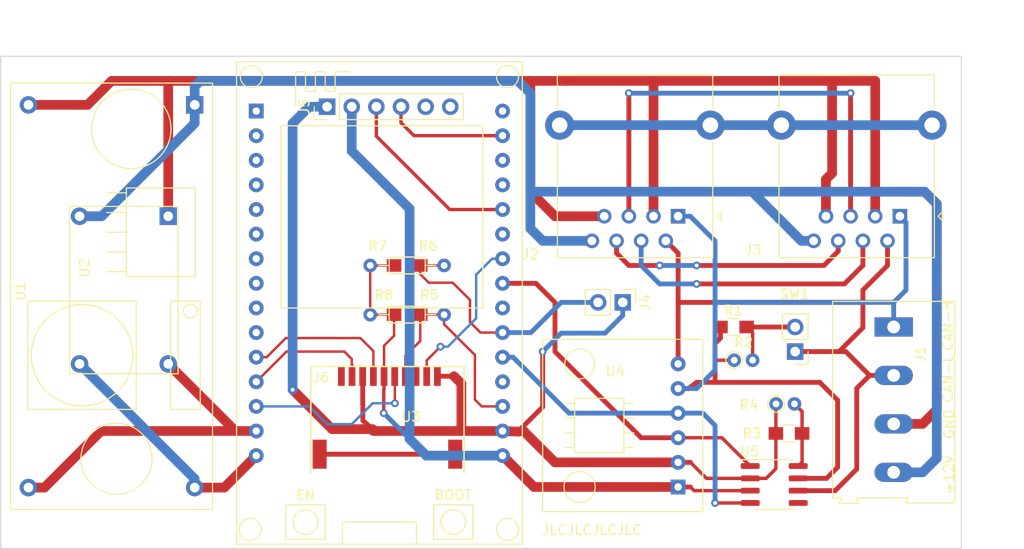
<source format=kicad_pcb>
(kicad_pcb (version 20171130) (host pcbnew "(5.1.5)-3")

  (general
    (thickness 1.6)
    (drawings 11)
    (tracks 265)
    (zones 0)
    (modules 20)
    (nets 47)
  )

  (page A4)
  (layers
    (0 F.Cu signal)
    (31 B.Cu signal)
    (32 B.Adhes user)
    (33 F.Adhes user)
    (34 B.Paste user)
    (35 F.Paste user)
    (36 B.SilkS user)
    (37 F.SilkS user)
    (38 B.Mask user)
    (39 F.Mask user)
    (40 Dwgs.User user)
    (41 Cmts.User user)
    (42 Eco1.User user)
    (43 Eco2.User user)
    (44 Edge.Cuts user)
    (45 Margin user)
    (46 B.CrtYd user)
    (47 F.CrtYd user)
    (48 B.Fab user)
    (49 F.Fab user hide)
  )

  (setup
    (last_trace_width 0.35)
    (user_trace_width 0.35)
    (user_trace_width 0.5)
    (user_trace_width 1)
    (trace_clearance 0.2)
    (zone_clearance 0.508)
    (zone_45_only no)
    (trace_min 0.2)
    (via_size 0.8)
    (via_drill 0.4)
    (via_min_size 0.4)
    (via_min_drill 0.3)
    (uvia_size 0.3)
    (uvia_drill 0.1)
    (uvias_allowed no)
    (uvia_min_size 0.2)
    (uvia_min_drill 0.1)
    (edge_width 0.05)
    (segment_width 0.2)
    (pcb_text_width 0.3)
    (pcb_text_size 1.5 1.5)
    (mod_edge_width 0.12)
    (mod_text_size 1 1)
    (mod_text_width 0.15)
    (pad_size 1.524 1.524)
    (pad_drill 0.762)
    (pad_to_mask_clearance 0.051)
    (solder_mask_min_width 0.25)
    (aux_axis_origin 0 0)
    (visible_elements 7FFFFFFF)
    (pcbplotparams
      (layerselection 0x010f0_ffffffff)
      (usegerberextensions false)
      (usegerberattributes false)
      (usegerberadvancedattributes false)
      (creategerberjobfile false)
      (excludeedgelayer true)
      (linewidth 0.100000)
      (plotframeref false)
      (viasonmask false)
      (mode 1)
      (useauxorigin false)
      (hpglpennumber 1)
      (hpglpenspeed 20)
      (hpglpendiameter 15.000000)
      (psnegative false)
      (psa4output false)
      (plotreference true)
      (plotvalue false)
      (plotinvisibletext false)
      (padsonsilk true)
      (subtractmaskfromsilk false)
      (outputformat 1)
      (mirror false)
      (drillshape 0)
      (scaleselection 1)
      (outputdirectory "gerber/"))
  )

  (net 0 "")
  (net 1 "Net-(J1-Pad1)")
  (net 2 "Net-(J1-Pad2)")
  (net 3 "Net-(J1-Pad3)")
  (net 4 "Net-(J1-Pad4)")
  (net 5 "Net-(U1-Pad4)")
  (net 6 "Net-(U1-Pad3)")
  (net 7 "Net-(R1-Pad2)")
  (net 8 "Net-(J2-Pad6)")
  (net 9 "Net-(J2-PadSH)")
  (net 10 "Net-(J2-Pad4)")
  (net 11 "Net-(J2-Pad5)")
  (net 12 "Net-(J4-Pad2)")
  (net 13 "Net-(J4-Pad1)")
  (net 14 "Net-(J5-Pad2)")
  (net 15 "Net-(J5-Pad3)")
  (net 16 "Net-(J5-Pad4)")
  (net 17 "Net-(J5-Pad5)")
  (net 18 "Net-(J5-Pad6)")
  (net 19 "Net-(J6-Pad10)")
  (net 20 "Net-(J6-Pad1)")
  (net 21 "Net-(J6-Pad2)")
  (net 22 "Net-(J6-Pad3)")
  (net 23 "Net-(J6-Pad5)")
  (net 24 "Net-(J6-Pad7)")
  (net 25 "Net-(J6-Pad8)")
  (net 26 "Net-(J6-Pad11)")
  (net 27 "Net-(R3-Pad2)")
  (net 28 "Net-(U3-Pad27)")
  (net 29 "Net-(U3-Pad26)")
  (net 30 "Net-(U3-Pad24)")
  (net 31 "Net-(U3-Pad23)")
  (net 32 "Net-(U3-Pad21)")
  (net 33 "Net-(U3-Pad19)")
  (net 34 "Net-(U3-Pad18)")
  (net 35 "Net-(U3-Pad16)")
  (net 36 "Net-(U3-Pad10)")
  (net 37 "Net-(U3-Pad9)")
  (net 38 "Net-(U3-Pad8)")
  (net 39 "Net-(U3-Pad7)")
  (net 40 "Net-(U3-Pad6)")
  (net 41 "Net-(U3-Pad5)")
  (net 42 "Net-(U3-Pad4)")
  (net 43 "Net-(U3-Pad3)")
  (net 44 "Net-(U3-Pad2)")
  (net 45 "Net-(U3-Pad1)")
  (net 46 "Net-(U5-Pad5)")

  (net_class Default "Dies ist die voreingestellte Netzklasse."
    (clearance 0.2)
    (trace_width 0.25)
    (via_dia 0.8)
    (via_drill 0.4)
    (uvia_dia 0.3)
    (uvia_drill 0.1)
    (add_net "Net-(J1-Pad1)")
    (add_net "Net-(J1-Pad2)")
    (add_net "Net-(J1-Pad3)")
    (add_net "Net-(J1-Pad4)")
    (add_net "Net-(J2-Pad4)")
    (add_net "Net-(J2-Pad5)")
    (add_net "Net-(J2-Pad6)")
    (add_net "Net-(J2-PadSH)")
    (add_net "Net-(J4-Pad1)")
    (add_net "Net-(J4-Pad2)")
    (add_net "Net-(J5-Pad2)")
    (add_net "Net-(J5-Pad3)")
    (add_net "Net-(J5-Pad4)")
    (add_net "Net-(J5-Pad5)")
    (add_net "Net-(J5-Pad6)")
    (add_net "Net-(J6-Pad1)")
    (add_net "Net-(J6-Pad10)")
    (add_net "Net-(J6-Pad11)")
    (add_net "Net-(J6-Pad2)")
    (add_net "Net-(J6-Pad3)")
    (add_net "Net-(J6-Pad5)")
    (add_net "Net-(J6-Pad7)")
    (add_net "Net-(J6-Pad8)")
    (add_net "Net-(R1-Pad2)")
    (add_net "Net-(R3-Pad2)")
    (add_net "Net-(U1-Pad3)")
    (add_net "Net-(U1-Pad4)")
    (add_net "Net-(U3-Pad1)")
    (add_net "Net-(U3-Pad10)")
    (add_net "Net-(U3-Pad16)")
    (add_net "Net-(U3-Pad18)")
    (add_net "Net-(U3-Pad19)")
    (add_net "Net-(U3-Pad2)")
    (add_net "Net-(U3-Pad21)")
    (add_net "Net-(U3-Pad23)")
    (add_net "Net-(U3-Pad24)")
    (add_net "Net-(U3-Pad26)")
    (add_net "Net-(U3-Pad27)")
    (add_net "Net-(U3-Pad3)")
    (add_net "Net-(U3-Pad4)")
    (add_net "Net-(U3-Pad5)")
    (add_net "Net-(U3-Pad6)")
    (add_net "Net-(U3-Pad7)")
    (add_net "Net-(U3-Pad8)")
    (add_net "Net-(U3-Pad9)")
    (add_net "Net-(U5-Pad5)")
  )

  (module Resistors_THT:R_Axial_DIN0204_L3.6mm_D1.6mm_P7.62mm_Horizontal (layer F.Cu) (tedit 5874F706) (tstamp 5FECFFDD)
    (at 116.84 101.6 180)
    (descr "Resistor, Axial_DIN0204 series, Axial, Horizontal, pin pitch=7.62mm, 0.16666666666666666W = 1/6W, length*diameter=3.6*1.6mm^2, http://cdn-reichelt.de/documents/datenblatt/B400/1_4W%23YAG.pdf")
    (tags "Resistor Axial_DIN0204 series Axial Horizontal pin pitch 7.62mm 0.16666666666666666W = 1/6W length 3.6mm diameter 1.6mm")
    (path /5FEFA9CE)
    (fp_text reference R8 (at 6.223 2.032) (layer F.SilkS)
      (effects (font (size 1 1) (thickness 0.15)))
    )
    (fp_text value 10k (at 3.81 1.86) (layer F.Fab)
      (effects (font (size 1 1) (thickness 0.15)))
    )
    (fp_line (start 2.01 -0.8) (end 2.01 0.8) (layer F.Fab) (width 0.1))
    (fp_line (start 2.01 0.8) (end 5.61 0.8) (layer F.Fab) (width 0.1))
    (fp_line (start 5.61 0.8) (end 5.61 -0.8) (layer F.Fab) (width 0.1))
    (fp_line (start 5.61 -0.8) (end 2.01 -0.8) (layer F.Fab) (width 0.1))
    (fp_line (start 0 0) (end 2.01 0) (layer F.Fab) (width 0.1))
    (fp_line (start 7.62 0) (end 5.61 0) (layer F.Fab) (width 0.1))
    (fp_line (start 1.95 -0.86) (end 1.95 0.86) (layer F.SilkS) (width 0.12))
    (fp_line (start 1.95 0.86) (end 5.67 0.86) (layer F.SilkS) (width 0.12))
    (fp_line (start 5.67 0.86) (end 5.67 -0.86) (layer F.SilkS) (width 0.12))
    (fp_line (start 5.67 -0.86) (end 1.95 -0.86) (layer F.SilkS) (width 0.12))
    (fp_line (start 0.88 0) (end 1.95 0) (layer F.SilkS) (width 0.12))
    (fp_line (start 6.74 0) (end 5.67 0) (layer F.SilkS) (width 0.12))
    (fp_line (start -0.95 -1.15) (end -0.95 1.15) (layer F.CrtYd) (width 0.05))
    (fp_line (start -0.95 1.15) (end 8.6 1.15) (layer F.CrtYd) (width 0.05))
    (fp_line (start 8.6 1.15) (end 8.6 -1.15) (layer F.CrtYd) (width 0.05))
    (fp_line (start 8.6 -1.15) (end -0.95 -1.15) (layer F.CrtYd) (width 0.05))
    (pad 1 thru_hole circle (at 0 0 180) (size 1.4 1.4) (drill 0.7) (layers *.Cu *.Mask)
      (net 21 "Net-(J6-Pad2)"))
    (pad 2 thru_hole oval (at 7.62 0 180) (size 1.4 1.4) (drill 0.7) (layers *.Cu *.Mask)
      (net 14 "Net-(J5-Pad2)"))
    (model ${KISYS3DMOD}/Resistors_THT.3dshapes/R_Axial_DIN0204_L3.6mm_D1.6mm_P7.62mm_Horizontal.wrl
      (at (xyz 0 0 0))
      (scale (xyz 0.393701 0.393701 0.393701))
      (rotate (xyz 0 0 0))
    )
  )

  (module Resistors_THT:R_Axial_DIN0204_L3.6mm_D1.6mm_P7.62mm_Horizontal (layer F.Cu) (tedit 5874F706) (tstamp 5FECFFDA)
    (at 109.22 96.52)
    (descr "Resistor, Axial_DIN0204 series, Axial, Horizontal, pin pitch=7.62mm, 0.16666666666666666W = 1/6W, length*diameter=3.6*1.6mm^2, http://cdn-reichelt.de/documents/datenblatt/B400/1_4W%23YAG.pdf")
    (tags "Resistor Axial_DIN0204 series Axial Horizontal pin pitch 7.62mm 0.16666666666666666W = 1/6W length 3.6mm diameter 1.6mm")
    (path /5FEEDD87)
    (fp_text reference R7 (at 0.762 -2.032) (layer F.SilkS)
      (effects (font (size 1 1) (thickness 0.15)))
    )
    (fp_text value 10k (at 3.81 1.86) (layer F.Fab)
      (effects (font (size 1 1) (thickness 0.15)))
    )
    (fp_line (start 2.01 -0.8) (end 2.01 0.8) (layer F.Fab) (width 0.1))
    (fp_line (start 2.01 0.8) (end 5.61 0.8) (layer F.Fab) (width 0.1))
    (fp_line (start 5.61 0.8) (end 5.61 -0.8) (layer F.Fab) (width 0.1))
    (fp_line (start 5.61 -0.8) (end 2.01 -0.8) (layer F.Fab) (width 0.1))
    (fp_line (start 0 0) (end 2.01 0) (layer F.Fab) (width 0.1))
    (fp_line (start 7.62 0) (end 5.61 0) (layer F.Fab) (width 0.1))
    (fp_line (start 1.95 -0.86) (end 1.95 0.86) (layer F.SilkS) (width 0.12))
    (fp_line (start 1.95 0.86) (end 5.67 0.86) (layer F.SilkS) (width 0.12))
    (fp_line (start 5.67 0.86) (end 5.67 -0.86) (layer F.SilkS) (width 0.12))
    (fp_line (start 5.67 -0.86) (end 1.95 -0.86) (layer F.SilkS) (width 0.12))
    (fp_line (start 0.88 0) (end 1.95 0) (layer F.SilkS) (width 0.12))
    (fp_line (start 6.74 0) (end 5.67 0) (layer F.SilkS) (width 0.12))
    (fp_line (start -0.95 -1.15) (end -0.95 1.15) (layer F.CrtYd) (width 0.05))
    (fp_line (start -0.95 1.15) (end 8.6 1.15) (layer F.CrtYd) (width 0.05))
    (fp_line (start 8.6 1.15) (end 8.6 -1.15) (layer F.CrtYd) (width 0.05))
    (fp_line (start 8.6 -1.15) (end -0.95 -1.15) (layer F.CrtYd) (width 0.05))
    (pad 1 thru_hole circle (at 0 0) (size 1.4 1.4) (drill 0.7) (layers *.Cu *.Mask)
      (net 14 "Net-(J5-Pad2)"))
    (pad 2 thru_hole oval (at 7.62 0) (size 1.4 1.4) (drill 0.7) (layers *.Cu *.Mask)
      (net 12 "Net-(J4-Pad2)"))
    (model ${KISYS3DMOD}/Resistors_THT.3dshapes/R_Axial_DIN0204_L3.6mm_D1.6mm_P7.62mm_Horizontal.wrl
      (at (xyz 0 0 0))
      (scale (xyz 0.393701 0.393701 0.393701))
      (rotate (xyz 0 0 0))
    )
  )

  (module Resistors_THT:R_Axial_DIN0204_L3.6mm_D1.6mm_P1.90mm_Vertical (layer F.Cu) (tedit 5874F706) (tstamp 5FECFFB7)
    (at 151.0665 110.8075)
    (descr "Resistor, Axial_DIN0204 series, Axial, Vertical, pin pitch=1.9mm, 0.16666666666666666W = 1/6W, length*diameter=3.6*1.6mm^2, http://cdn-reichelt.de/documents/datenblatt/B400/1_4W%23YAG.pdf")
    (tags "Resistor Axial_DIN0204 series Axial Vertical pin pitch 1.9mm 0.16666666666666666W = 1/6W length 3.6mm diameter 1.6mm")
    (path /5FEE0CF6)
    (fp_text reference R4 (at -2.794 0.127) (layer F.SilkS)
      (effects (font (size 1 1) (thickness 0.15)))
    )
    (fp_text value 10k (at 0.95 1.86) (layer F.Fab)
      (effects (font (size 1 1) (thickness 0.15)))
    )
    (fp_circle (center 0 0) (end 0.8 0) (layer F.Fab) (width 0.1))
    (fp_circle (center 0 0) (end 0.86 0) (layer F.SilkS) (width 0.12))
    (fp_line (start 0 0) (end 1.9 0) (layer F.Fab) (width 0.1))
    (fp_line (start 0.86 0) (end 0.9 0) (layer F.SilkS) (width 0.12))
    (fp_line (start -1.15 -1.15) (end -1.15 1.15) (layer F.CrtYd) (width 0.05))
    (fp_line (start -1.15 1.15) (end 2.95 1.15) (layer F.CrtYd) (width 0.05))
    (fp_line (start 2.95 1.15) (end 2.95 -1.15) (layer F.CrtYd) (width 0.05))
    (fp_line (start 2.95 -1.15) (end -1.15 -1.15) (layer F.CrtYd) (width 0.05))
    (pad 1 thru_hole circle (at 0 0) (size 1.4 1.4) (drill 0.7) (layers *.Cu *.Mask)
      (net 13 "Net-(J4-Pad1)"))
    (pad 2 thru_hole oval (at 1.9 0) (size 1.4 1.4) (drill 0.7) (layers *.Cu *.Mask)
      (net 27 "Net-(R3-Pad2)"))
    (model ${KISYS3DMOD}/Resistors_THT.3dshapes/R_Axial_DIN0204_L3.6mm_D1.6mm_P1.90mm_Vertical.wrl
      (at (xyz 0 0 0))
      (scale (xyz 0.393701 0.393701 0.393701))
      (rotate (xyz 0 0 0))
    )
  )

  (module Resistors_THT:R_Axial_DIN0204_L3.6mm_D1.6mm_P1.90mm_Vertical (layer F.Cu) (tedit 5874F706) (tstamp 5FECFFA4)
    (at 146.7485 106.299)
    (descr "Resistor, Axial_DIN0204 series, Axial, Vertical, pin pitch=1.9mm, 0.16666666666666666W = 1/6W, length*diameter=3.6*1.6mm^2, http://cdn-reichelt.de/documents/datenblatt/B400/1_4W%23YAG.pdf")
    (tags "Resistor Axial_DIN0204 series Axial Vertical pin pitch 1.9mm 0.16666666666666666W = 1/6W length 3.6mm diameter 1.6mm")
    (path /5FED49FA)
    (fp_text reference R2 (at 0.95 -1.86) (layer F.SilkS)
      (effects (font (size 1 1) (thickness 0.15)))
    )
    (fp_text value 120 (at 0.95 1.86) (layer F.Fab)
      (effects (font (size 1 1) (thickness 0.15)))
    )
    (fp_circle (center 0 0) (end 0.8 0) (layer F.Fab) (width 0.1))
    (fp_circle (center 0 0) (end 0.86 0) (layer F.SilkS) (width 0.12))
    (fp_line (start 0 0) (end 1.9 0) (layer F.Fab) (width 0.1))
    (fp_line (start 0.86 0) (end 0.9 0) (layer F.SilkS) (width 0.12))
    (fp_line (start -1.15 -1.15) (end -1.15 1.15) (layer F.CrtYd) (width 0.05))
    (fp_line (start -1.15 1.15) (end 2.95 1.15) (layer F.CrtYd) (width 0.05))
    (fp_line (start 2.95 1.15) (end 2.95 -1.15) (layer F.CrtYd) (width 0.05))
    (fp_line (start 2.95 -1.15) (end -1.15 -1.15) (layer F.CrtYd) (width 0.05))
    (pad 1 thru_hole circle (at 0 0) (size 1.4 1.4) (drill 0.7) (layers *.Cu *.Mask)
      (net 1 "Net-(J1-Pad1)"))
    (pad 2 thru_hole oval (at 1.9 0) (size 1.4 1.4) (drill 0.7) (layers *.Cu *.Mask)
      (net 7 "Net-(R1-Pad2)"))
    (model ${KISYS3DMOD}/Resistors_THT.3dshapes/R_Axial_DIN0204_L3.6mm_D1.6mm_P1.90mm_Vertical.wrl
      (at (xyz 0 0 0))
      (scale (xyz 0.393701 0.393701 0.393701))
      (rotate (xyz 0 0 0))
    )
  )

  (module CANGateway:MicroSd (layer F.Cu) (tedit 5FEBB423) (tstamp 5FEBCDFD)
    (at 110.995001 107.95)
    (descr "Wurth Elektronik MicroSD Card Holder with Lid 693072010801 http://katalog.we-online.de/em/datasheet/693072010801.pdf")
    (tags "socket slot microsd sdcard card")
    (path /5FEB8581)
    (attr smd)
    (fp_text reference J6 (at -6.855001 0.127) (layer F.SilkS)
      (effects (font (size 1 1) (thickness 0.15)))
    )
    (fp_text value Micro_SD_Card_Det (at 0 8.6) (layer F.Fab)
      (effects (font (size 1 1) (thickness 0.15)))
    )
    (fp_line (start 8.1 10.38) (end -8.1 10.38) (layer F.CrtYd) (width 0.05))
    (fp_line (start 8.1 -1.21) (end 8.1 10.38) (layer F.CrtYd) (width 0.05))
    (fp_line (start -8.1 -1.21) (end 8.1 -1.21) (layer F.CrtYd) (width 0.05))
    (fp_line (start -8.1 10.38) (end -8.1 -1.21) (layer F.CrtYd) (width 0.05))
    (fp_line (start -7.9 -1) (end -7.9 10) (layer F.SilkS) (width 0.15))
    (fp_line (start 7.9 -1) (end -7.9 -1) (layer F.SilkS) (width 0.15))
    (fp_line (start 7.9 10) (end 7.9 -1) (layer F.SilkS) (width 0.15))
    (fp_line (start -6.905 1.17) (end -6.905 7) (layer F.Fab) (width 0.15))
    (fp_line (start 6.905 1.17) (end -6.905 1.17) (layer F.Fab) (width 0.15))
    (fp_line (start 6.905 7) (end 6.905 1.17) (layer F.Fab) (width 0.15))
    (fp_text user %R (at 0.46 3.42) (layer F.Fab)
      (effects (font (size 1 1) (thickness 0.15)))
    )
    (pad "" np_thru_hole circle (at -5 3.15) (size 1.65 1.65) (drill 1.65) (layers *.Cu *.Mask))
    (pad "" np_thru_hole circle (at 5 3.15) (size 1.65 1.65) (drill 1.65) (layers *.Cu *.Mask))
    (pad 9 smd rect (at 5.15 0) (size 0.7 2) (layers F.Cu F.Paste F.Mask)
      (net 13 "Net-(J4-Pad1)"))
    (pad 10 smd rect (at 4.05 0) (size 0.7 2) (layers F.Cu F.Paste F.Mask)
      (net 19 "Net-(J6-Pad10)"))
    (pad 1 smd rect (at 2.95 0) (size 0.7 2) (layers F.Cu F.Paste F.Mask)
      (net 20 "Net-(J6-Pad1)"))
    (pad 2 smd rect (at 1.85 0) (size 0.7 2) (layers F.Cu F.Paste F.Mask)
      (net 21 "Net-(J6-Pad2)"))
    (pad 3 smd rect (at 0.75 0) (size 0.7 2) (layers F.Cu F.Paste F.Mask)
      (net 22 "Net-(J6-Pad3)"))
    (pad 4 smd rect (at -0.35 0) (size 0.7 2) (layers F.Cu F.Paste F.Mask)
      (net 14 "Net-(J5-Pad2)"))
    (pad 5 smd rect (at -1.45 0) (size 0.7 2) (layers F.Cu F.Paste F.Mask)
      (net 23 "Net-(J6-Pad5)"))
    (pad 6 smd rect (at -2.55 0) (size 0.7 2) (layers F.Cu F.Paste F.Mask)
      (net 13 "Net-(J4-Pad1)"))
    (pad 7 smd rect (at -3.65 0) (size 0.7 2) (layers F.Cu F.Paste F.Mask)
      (net 24 "Net-(J6-Pad7)"))
    (pad 8 smd rect (at -4.75 0) (size 0.7 2) (layers F.Cu F.Paste F.Mask)
      (net 25 "Net-(J6-Pad8)"))
    (pad 11 smd rect (at 6.99 8.05) (size 1.45 3) (layers F.Cu F.Paste F.Mask)
      (net 26 "Net-(J6-Pad11)"))
    (pad 11 smd rect (at -6.99 8.05) (size 1.45 3) (layers F.Cu F.Paste F.Mask)
      (net 26 "Net-(J6-Pad11)"))
    (model ${KISYS3DMOD}/Connectors_Card.3dshapes/MicroSd_Wurth_693072010801.wrl
      (at (xyz 0 0 0))
      (scale (xyz 1 1 1))
      (rotate (xyz 0 0 0))
    )
  )

  (module Pin_Headers:Pin_Header_Straight_1x06_Pitch2.54mm (layer F.Cu) (tedit 59650532) (tstamp 5FEC5928)
    (at 104.775 80.137 90)
    (descr "Through hole straight pin header, 1x06, 2.54mm pitch, single row")
    (tags "Through hole pin header THT 1x06 2.54mm single row")
    (path /5FECA22B)
    (fp_text reference J5 (at 0 -2.33 90) (layer F.SilkS)
      (effects (font (size 1 1) (thickness 0.15)))
    )
    (fp_text value Conn_01x06_Female (at 0 15.03 90) (layer F.Fab)
      (effects (font (size 1 1) (thickness 0.15)))
    )
    (fp_line (start -0.635 -1.27) (end 1.27 -1.27) (layer F.Fab) (width 0.1))
    (fp_line (start 1.27 -1.27) (end 1.27 13.97) (layer F.Fab) (width 0.1))
    (fp_line (start 1.27 13.97) (end -1.27 13.97) (layer F.Fab) (width 0.1))
    (fp_line (start -1.27 13.97) (end -1.27 -0.635) (layer F.Fab) (width 0.1))
    (fp_line (start -1.27 -0.635) (end -0.635 -1.27) (layer F.Fab) (width 0.1))
    (fp_line (start -1.33 14.03) (end 1.33 14.03) (layer F.SilkS) (width 0.12))
    (fp_line (start -1.33 1.27) (end -1.33 14.03) (layer F.SilkS) (width 0.12))
    (fp_line (start 1.33 1.27) (end 1.33 14.03) (layer F.SilkS) (width 0.12))
    (fp_line (start -1.33 1.27) (end 1.33 1.27) (layer F.SilkS) (width 0.12))
    (fp_line (start -1.33 0) (end -1.33 -1.33) (layer F.SilkS) (width 0.12))
    (fp_line (start -1.33 -1.33) (end 0 -1.33) (layer F.SilkS) (width 0.12))
    (fp_line (start -1.8 -1.8) (end -1.8 14.5) (layer F.CrtYd) (width 0.05))
    (fp_line (start -1.8 14.5) (end 1.8 14.5) (layer F.CrtYd) (width 0.05))
    (fp_line (start 1.8 14.5) (end 1.8 -1.8) (layer F.CrtYd) (width 0.05))
    (fp_line (start 1.8 -1.8) (end -1.8 -1.8) (layer F.CrtYd) (width 0.05))
    (fp_text user %R (at 0 6.35) (layer F.Fab)
      (effects (font (size 1 1) (thickness 0.15)))
    )
    (pad 1 thru_hole rect (at 0 0 90) (size 1.7 1.7) (drill 1) (layers *.Cu *.Mask)
      (net 13 "Net-(J4-Pad1)"))
    (pad 2 thru_hole oval (at 0 2.54 90) (size 1.7 1.7) (drill 1) (layers *.Cu *.Mask)
      (net 14 "Net-(J5-Pad2)"))
    (pad 3 thru_hole oval (at 0 5.08 90) (size 1.7 1.7) (drill 1) (layers *.Cu *.Mask)
      (net 15 "Net-(J5-Pad3)"))
    (pad 4 thru_hole oval (at 0 7.62 90) (size 1.7 1.7) (drill 1) (layers *.Cu *.Mask)
      (net 16 "Net-(J5-Pad4)"))
    (pad 5 thru_hole oval (at 0 10.16 90) (size 1.7 1.7) (drill 1) (layers *.Cu *.Mask)
      (net 17 "Net-(J5-Pad5)"))
    (pad 6 thru_hole oval (at 0 12.7 90) (size 1.7 1.7) (drill 1) (layers *.Cu *.Mask)
      (net 18 "Net-(J5-Pad6)"))
    (model ${KISYS3DMOD}/Pin_Headers.3dshapes/Pin_Header_Straight_1x06_Pitch2.54mm.wrl
      (at (xyz 0 0 0))
      (scale (xyz 1 1 1))
      (rotate (xyz 0 0 0))
    )
  )

  (module CANGateway:Mini360_Module (layer F.Cu) (tedit 5F8A1FFD) (tstamp 5F8A406E)
    (at 83.82 99.06 270)
    (path /5F8CCD12)
    (fp_text reference U2 (at -2.286 4.064 90) (layer F.SilkS)
      (effects (font (size 1 1) (thickness 0.15)))
    )
    (fp_text value Mini360_Module (at 0.508 1.016 90) (layer F.Fab)
      (effects (font (size 1 1) (thickness 0.15)))
    )
    (fp_line (start -8.64 5.59) (end -8.636 -5.59) (layer F.SilkS) (width 0.12))
    (fp_line (start 8.64 5.59) (end -8.64 5.59) (layer F.SilkS) (width 0.12))
    (fp_line (start 8.636 -5.588) (end 8.636 5.588) (layer F.SilkS) (width 0.12))
    (fp_line (start -8.636 -5.59) (end 8.636 -5.59) (layer F.SilkS) (width 0.12))
    (pad 4 thru_hole circle (at 7.62 4.572 270) (size 1.8 1.8) (drill 1) (layers *.Cu *.Mask)
      (net 6 "Net-(U1-Pad3)"))
    (pad 3 thru_hole circle (at 7.62 -4.572 270) (size 1.8 1.8) (drill 1) (layers *.Cu *.Mask)
      (net 5 "Net-(U1-Pad4)"))
    (pad 2 thru_hole circle (at -7.62 4.572 270) (size 1.8 1.8) (drill 1) (layers *.Cu *.Mask)
      (net 4 "Net-(J1-Pad4)"))
    (pad 1 thru_hole rect (at -7.62 -4.572 270) (size 1.8 1.8) (drill 1) (layers *.Cu *.Mask)
      (net 3 "Net-(J1-Pad3)"))
  )

  (module Connectors_Terminal_Blocks:TerminalBlock_Altech_AK300-4_P5.00mm (layer F.Cu) (tedit 59FF0306) (tstamp 5F822B71)
    (at 163.195 102.87 270)
    (descr "Altech AK300 terminal block, pitch 5.0mm, 45 degree angled, see http://www.mouser.com/ds/2/16/PCBMETRC-24178.pdf")
    (tags "Altech AK300 terminal block pitch 5.0mm")
    (path /5F823DCD)
    (fp_text reference J1 (at 2.794 -2.794 90) (layer F.SilkS)
      (effects (font (size 1 1) (thickness 0.15)))
    )
    (fp_text value Conn_01x04_Male (at 0 9.8 90) (layer F.Fab)
      (effects (font (size 1 1) (thickness 0.15)))
    )
    (fp_text user %R (at 0 -2.1 90) (layer F.Fab)
      (effects (font (size 1 1) (thickness 0.15)))
    )
    (fp_line (start -2.65 -6.3) (end 18.15 -6.3) (layer F.SilkS) (width 0.12))
    (fp_line (start 18.15 -6.3) (end 18.15 -1.25) (layer F.SilkS) (width 0.12))
    (fp_line (start 18.15 -1.25) (end 17.65 -1.5) (layer F.SilkS) (width 0.12))
    (fp_line (start 17.65 -1.5) (end 17.65 3.9) (layer F.SilkS) (width 0.12))
    (fp_line (start 17.65 3.9) (end 18.2 3.6) (layer F.SilkS) (width 0.12))
    (fp_line (start 18.2 3.6) (end 18.2 5.65) (layer F.SilkS) (width 0.12))
    (fp_line (start 18.2 5.65) (end 17.65 5.35) (layer F.SilkS) (width 0.12))
    (fp_line (start 17.65 5.35) (end 17.65 6.3) (layer F.SilkS) (width 0.12))
    (fp_line (start 17.65 6.3) (end -2.65 6.3) (layer F.SilkS) (width 0.12))
    (fp_line (start -2.65 6.3) (end -2.65 -6.3) (layer F.SilkS) (width 0.12))
    (fp_line (start 8.75 -0.25) (end 8.75 2.54) (layer F.Fab) (width 0.1))
    (fp_line (start 8.75 2.54) (end 11.29 2.54) (layer F.Fab) (width 0.1))
    (fp_line (start 11.29 2.54) (end 11.29 -0.25) (layer F.Fab) (width 0.1))
    (fp_line (start 7.94 -3.43) (end 7.94 -5.97) (layer F.Fab) (width 0.1))
    (fp_line (start 7.94 -5.97) (end 12 -5.97) (layer F.Fab) (width 0.1))
    (fp_line (start 12 -5.97) (end 12 -3.43) (layer F.Fab) (width 0.1))
    (fp_line (start 12 -3.43) (end 7.94 -3.43) (layer F.Fab) (width 0.1))
    (fp_line (start 8.34 -4.45) (end 11.39 -5.08) (layer F.Fab) (width 0.1))
    (fp_line (start 8.47 -4.32) (end 11.52 -4.95) (layer F.Fab) (width 0.1))
    (fp_line (start 7.99 4.32) (end 12.05 4.32) (layer F.Fab) (width 0.1))
    (fp_line (start 12.05 6.22) (end 12.05 -0.25) (layer F.Fab) (width 0.1))
    (fp_line (start 8.37 0.51) (end 8.75 0.51) (layer F.Fab) (width 0.1))
    (fp_line (start 8.37 0.51) (end 8.37 3.68) (layer F.Fab) (width 0.1))
    (fp_line (start 8.37 3.68) (end 11.67 3.68) (layer F.Fab) (width 0.1))
    (fp_line (start 11.67 3.68) (end 11.67 0.51) (layer F.Fab) (width 0.1))
    (fp_line (start 11.67 0.51) (end 11.29 0.51) (layer F.Fab) (width 0.1))
    (fp_line (start 12.51 -0.64) (end 17.59 -0.64) (layer F.Fab) (width 0.1))
    (fp_line (start 7.99 6.22) (end 7.99 -0.25) (layer F.Fab) (width 0.1))
    (fp_line (start 7.99 -0.25) (end 12.05 -0.25) (layer F.Fab) (width 0.1))
    (fp_line (start 16.95 6.22) (end 13.02 6.22) (layer F.Fab) (width 0.1))
    (fp_line (start 13.17 6.22) (end 7.07 6.22) (layer F.Fab) (width 0.1))
    (fp_line (start 17.59 -3.05) (end -2.58 -3.05) (layer F.Fab) (width 0.1))
    (fp_line (start 17.74 -6.22) (end -2.58 -6.22) (layer F.Fab) (width 0.1))
    (fp_line (start 12.66 -0.64) (end -2.52 -0.64) (layer F.Fab) (width 0.1))
    (fp_line (start 12.95 4) (end 12.95 -0.25) (layer F.Fab) (width 0.1))
    (fp_line (start 13.35 -0.25) (end 16.65 -0.25) (layer F.Fab) (width 0.1))
    (fp_line (start 12.97 -0.25) (end 13.35 -0.25) (layer F.Fab) (width 0.1))
    (fp_line (start 17.03 -0.25) (end 16.65 -0.25) (layer F.Fab) (width 0.1))
    (fp_line (start 13.5 -4.32) (end 16.55 -4.95) (layer F.Fab) (width 0.1))
    (fp_line (start 13.37 -4.45) (end 16.42 -5.08) (layer F.Fab) (width 0.1))
    (fp_line (start 17.03 -3.43) (end 12.97 -3.43) (layer F.Fab) (width 0.1))
    (fp_line (start 17.03 -5.97) (end 17.03 -3.43) (layer F.Fab) (width 0.1))
    (fp_line (start 12.97 -5.97) (end 17.03 -5.97) (layer F.Fab) (width 0.1))
    (fp_line (start 12.97 -3.43) (end 12.97 -5.97) (layer F.Fab) (width 0.1))
    (fp_line (start 17.59 -3.17) (end 17.59 -1.65) (layer F.Fab) (width 0.1))
    (fp_line (start 17.59 -0.64) (end 17.59 4.06) (layer F.Fab) (width 0.1))
    (fp_line (start 17.59 -1.65) (end 17.59 -0.64) (layer F.Fab) (width 0.1))
    (fp_line (start 16.65 0.51) (end 16.27 0.51) (layer F.Fab) (width 0.1))
    (fp_line (start 13.35 0.51) (end 13.73 0.51) (layer F.Fab) (width 0.1))
    (fp_line (start 13.35 3.68) (end 13.35 0.51) (layer F.Fab) (width 0.1))
    (fp_line (start 16.65 3.68) (end 13.35 3.68) (layer F.Fab) (width 0.1))
    (fp_line (start 16.65 3.68) (end 16.65 0.51) (layer F.Fab) (width 0.1))
    (fp_line (start 17.03 4.32) (end 17.03 6.22) (layer F.Fab) (width 0.1))
    (fp_line (start 12.97 4.32) (end 17.03 4.32) (layer F.Fab) (width 0.1))
    (fp_line (start 17.03 6.22) (end 17.59 6.22) (layer F.Fab) (width 0.1))
    (fp_line (start 17.03 -0.25) (end 17.03 4.32) (layer F.Fab) (width 0.1))
    (fp_line (start 12.97 6.22) (end 12.97 4.32) (layer F.Fab) (width 0.1))
    (fp_line (start 18.1 3.81) (end 18.1 5.46) (layer F.Fab) (width 0.1))
    (fp_line (start 17.59 4.06) (end 17.59 5.21) (layer F.Fab) (width 0.1))
    (fp_line (start 18.1 3.81) (end 17.59 4.06) (layer F.Fab) (width 0.1))
    (fp_line (start 17.59 5.21) (end 17.59 6.22) (layer F.Fab) (width 0.1))
    (fp_line (start 18.1 5.46) (end 17.59 5.21) (layer F.Fab) (width 0.1))
    (fp_line (start 18.1 -1.4) (end 17.59 -1.65) (layer F.Fab) (width 0.1))
    (fp_line (start 18.1 -6.22) (end 18.1 -1.4) (layer F.Fab) (width 0.1))
    (fp_line (start 17.59 -6.22) (end 18.1 -6.22) (layer F.Fab) (width 0.1))
    (fp_line (start 17.59 -6.22) (end 17.59 -3.17) (layer F.Fab) (width 0.1))
    (fp_line (start 13.73 2.54) (end 13.73 -0.25) (layer F.Fab) (width 0.1))
    (fp_line (start 13.73 -0.25) (end 16.27 -0.25) (layer F.Fab) (width 0.1))
    (fp_line (start 16.27 2.54) (end 16.27 -0.25) (layer F.Fab) (width 0.1))
    (fp_line (start 13.73 2.54) (end 16.27 2.54) (layer F.Fab) (width 0.1))
    (fp_line (start -1.28 2.54) (end 1.26 2.54) (layer F.Fab) (width 0.1))
    (fp_line (start 1.26 2.54) (end 1.26 -0.25) (layer F.Fab) (width 0.1))
    (fp_line (start -1.28 -0.25) (end 1.26 -0.25) (layer F.Fab) (width 0.1))
    (fp_line (start -1.28 2.54) (end -1.28 -0.25) (layer F.Fab) (width 0.1))
    (fp_line (start 3.72 2.54) (end 6.26 2.54) (layer F.Fab) (width 0.1))
    (fp_line (start 6.26 2.54) (end 6.26 -0.25) (layer F.Fab) (width 0.1))
    (fp_line (start 3.72 -0.25) (end 6.26 -0.25) (layer F.Fab) (width 0.1))
    (fp_line (start 3.72 2.54) (end 3.72 -0.25) (layer F.Fab) (width 0.1))
    (fp_line (start 12.95 5.21) (end 12.95 6.22) (layer F.Fab) (width 0.1))
    (fp_line (start 12.95 4.06) (end 12.95 5.21) (layer F.Fab) (width 0.1))
    (fp_line (start 2.96 6.22) (end 2.96 4.32) (layer F.Fab) (width 0.1))
    (fp_line (start 7.02 -0.25) (end 7.02 4.32) (layer F.Fab) (width 0.1))
    (fp_line (start 2.96 6.22) (end 7.02 6.22) (layer F.Fab) (width 0.1))
    (fp_line (start 2.02 6.22) (end 2.02 4.32) (layer F.Fab) (width 0.1))
    (fp_line (start 2.02 6.22) (end 2.96 6.22) (layer F.Fab) (width 0.1))
    (fp_line (start -2.05 -0.25) (end -2.05 4.32) (layer F.Fab) (width 0.1))
    (fp_line (start -2.58 6.22) (end -2.05 6.22) (layer F.Fab) (width 0.1))
    (fp_line (start -2.05 6.22) (end 2.02 6.22) (layer F.Fab) (width 0.1))
    (fp_line (start 2.96 4.32) (end 7.02 4.32) (layer F.Fab) (width 0.1))
    (fp_line (start 2.96 4.32) (end 2.96 -0.25) (layer F.Fab) (width 0.1))
    (fp_line (start 7.02 4.32) (end 7.02 6.22) (layer F.Fab) (width 0.1))
    (fp_line (start 2.02 4.32) (end -2.05 4.32) (layer F.Fab) (width 0.1))
    (fp_line (start 2.02 4.32) (end 2.02 -0.25) (layer F.Fab) (width 0.1))
    (fp_line (start -2.05 4.32) (end -2.05 6.22) (layer F.Fab) (width 0.1))
    (fp_line (start 6.64 3.68) (end 6.64 0.51) (layer F.Fab) (width 0.1))
    (fp_line (start 6.64 3.68) (end 3.34 3.68) (layer F.Fab) (width 0.1))
    (fp_line (start 3.34 3.68) (end 3.34 0.51) (layer F.Fab) (width 0.1))
    (fp_line (start 1.64 3.68) (end 1.64 0.51) (layer F.Fab) (width 0.1))
    (fp_line (start 1.64 3.68) (end -1.67 3.68) (layer F.Fab) (width 0.1))
    (fp_line (start -1.67 3.68) (end -1.67 0.51) (layer F.Fab) (width 0.1))
    (fp_line (start -1.67 0.51) (end -1.28 0.51) (layer F.Fab) (width 0.1))
    (fp_line (start 1.64 0.51) (end 1.26 0.51) (layer F.Fab) (width 0.1))
    (fp_line (start 3.34 0.51) (end 3.72 0.51) (layer F.Fab) (width 0.1))
    (fp_line (start 6.64 0.51) (end 6.26 0.51) (layer F.Fab) (width 0.1))
    (fp_line (start -2.58 6.22) (end -2.58 -0.64) (layer F.Fab) (width 0.1))
    (fp_line (start -2.58 -0.64) (end -2.58 -3.17) (layer F.Fab) (width 0.1))
    (fp_line (start -2.58 -3.17) (end -2.58 -6.22) (layer F.Fab) (width 0.1))
    (fp_line (start 2.96 -3.43) (end 2.96 -5.97) (layer F.Fab) (width 0.1))
    (fp_line (start 2.96 -5.97) (end 7.02 -5.97) (layer F.Fab) (width 0.1))
    (fp_line (start 7.02 -5.97) (end 7.02 -3.43) (layer F.Fab) (width 0.1))
    (fp_line (start 7.02 -3.43) (end 2.96 -3.43) (layer F.Fab) (width 0.1))
    (fp_line (start 2.02 -3.43) (end 2.02 -5.97) (layer F.Fab) (width 0.1))
    (fp_line (start 2.02 -3.43) (end -2.05 -3.43) (layer F.Fab) (width 0.1))
    (fp_line (start -2.05 -3.43) (end -2.05 -5.97) (layer F.Fab) (width 0.1))
    (fp_line (start 2.02 -5.97) (end -2.05 -5.97) (layer F.Fab) (width 0.1))
    (fp_line (start 3.36 -4.45) (end 6.41 -5.08) (layer F.Fab) (width 0.1))
    (fp_line (start 3.49 -4.32) (end 6.54 -4.95) (layer F.Fab) (width 0.1))
    (fp_line (start -1.64 -4.45) (end 1.41 -5.08) (layer F.Fab) (width 0.1))
    (fp_line (start -1.51 -4.32) (end 1.53 -4.95) (layer F.Fab) (width 0.1))
    (fp_line (start -2.05 -0.25) (end -1.67 -0.25) (layer F.Fab) (width 0.1))
    (fp_line (start 2.02 -0.25) (end 1.64 -0.25) (layer F.Fab) (width 0.1))
    (fp_line (start 1.64 -0.25) (end -1.67 -0.25) (layer F.Fab) (width 0.1))
    (fp_line (start 7.02 -0.25) (end 6.64 -0.25) (layer F.Fab) (width 0.1))
    (fp_line (start 2.96 -0.25) (end 3.34 -0.25) (layer F.Fab) (width 0.1))
    (fp_line (start 3.34 -0.25) (end 6.64 -0.25) (layer F.Fab) (width 0.1))
    (fp_line (start -2.83 -6.47) (end 18.35 -6.47) (layer F.CrtYd) (width 0.05))
    (fp_line (start -2.83 -6.47) (end -2.83 6.47) (layer F.CrtYd) (width 0.05))
    (fp_line (start 18.35 6.47) (end 18.35 -6.47) (layer F.CrtYd) (width 0.05))
    (fp_line (start 18.35 6.47) (end -2.83 6.47) (layer F.CrtYd) (width 0.05))
    (fp_arc (start 10.99 -4.59) (end 11.49 -5.05) (angle 90.5) (layer F.Fab) (width 0.1))
    (fp_arc (start 10.02 -6.07) (end 11.48 -4.12) (angle 75.5) (layer F.Fab) (width 0.1))
    (fp_arc (start 9.94 -3.71) (end 8.34 -5) (angle 100) (layer F.Fab) (width 0.1))
    (fp_arc (start 8.83 -4.65) (end 8.54 -4.13) (angle 104.2) (layer F.Fab) (width 0.1))
    (fp_arc (start 13.86 -4.65) (end 13.57 -4.13) (angle 104.2) (layer F.Fab) (width 0.1))
    (fp_arc (start 14.97 -3.71) (end 13.37 -5) (angle 100) (layer F.Fab) (width 0.1))
    (fp_arc (start 15.05 -6.07) (end 16.51 -4.12) (angle 75.5) (layer F.Fab) (width 0.1))
    (fp_arc (start 16.02 -4.59) (end 16.52 -5.05) (angle 90.5) (layer F.Fab) (width 0.1))
    (fp_arc (start 6.01 -4.59) (end 6.51 -5.05) (angle 90.5) (layer F.Fab) (width 0.1))
    (fp_arc (start 5.04 -6.07) (end 6.5 -4.12) (angle 75.5) (layer F.Fab) (width 0.1))
    (fp_arc (start 4.96 -3.71) (end 3.36 -5) (angle 100) (layer F.Fab) (width 0.1))
    (fp_arc (start 3.85 -4.65) (end 3.56 -4.13) (angle 104.2) (layer F.Fab) (width 0.1))
    (fp_arc (start 1 -4.59) (end 1.51 -5.05) (angle 90.5) (layer F.Fab) (width 0.1))
    (fp_arc (start 0.04 -6.07) (end 1.5 -4.12) (angle 75.5) (layer F.Fab) (width 0.1))
    (fp_arc (start -0.04 -3.71) (end -1.64 -5) (angle 100) (layer F.Fab) (width 0.1))
    (fp_arc (start -1.16 -4.65) (end -1.44 -4.13) (angle 104.2) (layer F.Fab) (width 0.1))
    (pad 1 thru_hole rect (at 0 0 270) (size 1.98 3.96) (drill 1.32) (layers *.Cu *.Mask)
      (net 1 "Net-(J1-Pad1)"))
    (pad 2 thru_hole oval (at 5 0 270) (size 1.98 3.96) (drill 1.32) (layers *.Cu *.Mask)
      (net 2 "Net-(J1-Pad2)"))
    (pad 4 thru_hole oval (at 15 0 270) (size 1.98 3.96) (drill 1.32) (layers *.Cu *.Mask)
      (net 4 "Net-(J1-Pad4)"))
    (pad 3 thru_hole oval (at 10 0 270) (size 1.98 3.96) (drill 1.32) (layers *.Cu *.Mask)
      (net 3 "Net-(J1-Pad3)"))
    (model ${KISYS3DMOD}/Terminal_Blocks.3dshapes/TerminalBlock_Altech_AK300-4_P5.00mm.wrl
      (at (xyz 0 0 0))
      (scale (xyz 1 1 1))
      (rotate (xyz 0 0 0))
    )
  )

  (module CANGateway:ESP32_DEVKIT (layer F.Cu) (tedit 5E407144) (tstamp 5E40867B)
    (at 110.167 95.825)
    (path /5E413C81)
    (fp_text reference U3 (at 3.244 16.316) (layer F.SilkS)
      (effects (font (size 1 1) (thickness 0.15)))
    )
    (fp_text value ESP32_DEVKIT1 (at 0 17.653) (layer F.Fab)
      (effects (font (size 1 1) (thickness 0.15)))
    )
    (fp_text user EN (at -7.62 24.384) (layer F.SilkS)
      (effects (font (size 1 1) (thickness 0.15)))
    )
    (fp_text user BOOT (at 7.62 24.384) (layer F.SilkS)
      (effects (font (size 1 1) (thickness 0.15)))
    )
    (fp_line (start -10.16 5.08) (end -10.16 -13.716) (layer F.SilkS) (width 0.12))
    (fp_line (start 10.668 5.08) (end -10.16 5.08) (layer F.SilkS) (width 0.12))
    (fp_line (start 10.668 -13.716) (end 10.668 5.08) (layer F.SilkS) (width 0.12))
    (fp_line (start -10.16 -13.716) (end 10.668 -13.716) (layer F.SilkS) (width 0.12))
    (fp_line (start -4.572 -19.304) (end -3.048 -19.304) (layer F.SilkS) (width 0.12))
    (fp_line (start -4.572 -17.272) (end -4.572 -19.304) (layer F.SilkS) (width 0.12))
    (fp_line (start -5.588 -17.272) (end -4.572 -17.272) (layer F.SilkS) (width 0.12))
    (fp_line (start -5.588 -19.304) (end -5.588 -17.272) (layer F.SilkS) (width 0.12))
    (fp_line (start -6.604 -19.304) (end -5.588 -19.304) (layer F.SilkS) (width 0.12))
    (fp_line (start -6.604 -17.272) (end -6.604 -19.304) (layer F.SilkS) (width 0.12))
    (fp_line (start -7.62 -17.272) (end -6.604 -17.272) (layer F.SilkS) (width 0.12))
    (fp_line (start -7.62 -19.304) (end -7.62 -17.272) (layer F.SilkS) (width 0.12))
    (fp_line (start -8.636 -19.304) (end -7.62 -19.304) (layer F.SilkS) (width 0.12))
    (fp_line (start -8.636 -15.748) (end -8.636 -19.304) (layer F.SilkS) (width 0.12))
    (fp_line (start -9.652 28.956) (end -9.652 25.4) (layer F.SilkS) (width 0.12))
    (fp_line (start -5.588 28.956) (end -9.652 28.956) (layer F.SilkS) (width 0.12))
    (fp_line (start -5.588 25.4) (end -5.588 28.956) (layer F.SilkS) (width 0.12))
    (fp_line (start -9.652 25.4) (end -5.588 25.4) (layer F.SilkS) (width 0.12))
    (fp_line (start 5.588 28.956) (end 5.588 25.4) (layer F.SilkS) (width 0.12))
    (fp_line (start 9.652 28.956) (end 5.588 28.956) (layer F.SilkS) (width 0.12))
    (fp_line (start 9.652 25.4) (end 9.652 28.956) (layer F.SilkS) (width 0.12))
    (fp_line (start 5.588 25.4) (end 9.652 25.4) (layer F.SilkS) (width 0.12))
    (fp_circle (center -13.327922 27.94) (end -12.311922 28.448) (layer F.SilkS) (width 0.12))
    (fp_circle (center 13.208 27.94) (end 13.716 26.924) (layer F.SilkS) (width 0.12))
    (fp_circle (center -13.208 -18.796) (end -12.192 -18.288) (layer F.SilkS) (width 0.12))
    (fp_circle (center 13.208 -18.796) (end 14.343923 -18.796) (layer F.SilkS) (width 0.12))
    (fp_circle (center -7.62 27.178) (end -8.89 27.178) (layer F.SilkS) (width 0.12))
    (fp_circle (center 7.62 27.178) (end 8.89 27.178) (layer F.SilkS) (width 0.12))
    (fp_line (start 3.81 27.178) (end 3.81 29.464) (layer F.SilkS) (width 0.12))
    (fp_line (start -3.81 27.178) (end 3.81 27.178) (layer F.SilkS) (width 0.12))
    (fp_line (start -3.81 29.464) (end -3.81 27.178) (layer F.SilkS) (width 0.12))
    (fp_line (start -14.732 29.464) (end -14.732 -20.32) (layer F.SilkS) (width 0.12))
    (fp_line (start 14.732 29.464) (end -14.732 29.464) (layer F.SilkS) (width 0.12))
    (fp_line (start 14.732 -20.32) (end 14.732 29.464) (layer F.SilkS) (width 0.12))
    (fp_line (start -14.732 -20.32) (end 14.732 -20.32) (layer F.SilkS) (width 0.12))
    (pad 30 thru_hole circle (at 12.7 20.32) (size 1.524 1.524) (drill 0.762) (layers *.Cu *.Mask)
      (net 14 "Net-(J5-Pad2)"))
    (pad 29 thru_hole circle (at 12.7 17.78) (size 1.524 1.524) (drill 0.762) (layers *.Cu *.Mask)
      (net 13 "Net-(J4-Pad1)"))
    (pad 28 thru_hole circle (at 12.7 15.24) (size 1.524 1.524) (drill 0.762) (layers *.Cu *.Mask)
      (net 21 "Net-(J6-Pad2)"))
    (pad 27 thru_hole circle (at 12.7 12.7) (size 1.524 1.524) (drill 0.762) (layers *.Cu *.Mask)
      (net 28 "Net-(U3-Pad27)"))
    (pad 26 thru_hole circle (at 12.7 10.16) (size 1.524 1.524) (drill 0.762) (layers *.Cu *.Mask)
      (net 29 "Net-(U3-Pad26)"))
    (pad 25 thru_hole circle (at 12.7 7.62) (size 1.524 1.524) (drill 0.762) (layers *.Cu *.Mask)
      (net 12 "Net-(J4-Pad2)"))
    (pad 24 thru_hole circle (at 12.7 5.08) (size 1.524 1.524) (drill 0.762) (layers *.Cu *.Mask)
      (net 30 "Net-(U3-Pad24)"))
    (pad 23 thru_hole circle (at 12.7 2.54) (size 1.524 1.524) (drill 0.762) (layers *.Cu *.Mask)
      (net 31 "Net-(U3-Pad23)"))
    (pad 22 thru_hole circle (at 12.7 0) (size 1.524 1.524) (drill 0.762) (layers *.Cu *.Mask)
      (net 19 "Net-(J6-Pad10)"))
    (pad 21 thru_hole circle (at 12.7 -2.54) (size 1.524 1.524) (drill 0.762) (layers *.Cu *.Mask)
      (net 32 "Net-(U3-Pad21)"))
    (pad 20 thru_hole circle (at 12.7 -5.08) (size 1.524 1.524) (drill 0.762) (layers *.Cu *.Mask)
      (net 15 "Net-(J5-Pad3)"))
    (pad 19 thru_hole circle (at 12.7 -7.62) (size 1.524 1.524) (drill 0.762) (layers *.Cu *.Mask)
      (net 33 "Net-(U3-Pad19)"))
    (pad 18 thru_hole circle (at 12.7 -10.16) (size 1.524 1.524) (drill 0.762) (layers *.Cu *.Mask)
      (net 34 "Net-(U3-Pad18)"))
    (pad 17 thru_hole circle (at 12.7 -12.7) (size 1.524 1.524) (drill 0.762) (layers *.Cu *.Mask)
      (net 16 "Net-(J5-Pad4)"))
    (pad 16 thru_hole circle (at 12.7 -15.24) (size 1.524 1.524) (drill 0.762) (layers *.Cu *.Mask)
      (net 35 "Net-(U3-Pad16)"))
    (pad 15 thru_hole circle (at -12.7 20.32) (size 1.524 1.524) (drill 0.762) (layers *.Cu *.Mask)
      (net 6 "Net-(U1-Pad3)"))
    (pad 14 thru_hole circle (at -12.7 17.78) (size 1.524 1.524) (drill 0.762) (layers *.Cu *.Mask)
      (net 5 "Net-(U1-Pad4)"))
    (pad 13 thru_hole circle (at -12.7 15.24) (size 1.524 1.524) (drill 0.762) (layers *.Cu *.Mask)
      (net 22 "Net-(J6-Pad3)"))
    (pad 12 thru_hole circle (at -12.7 12.7) (size 1.524 1.524) (drill 0.762) (layers *.Cu *.Mask)
      (net 24 "Net-(J6-Pad7)"))
    (pad 11 thru_hole circle (at -12.7 10.16) (size 1.524 1.524) (drill 0.762) (layers *.Cu *.Mask)
      (net 23 "Net-(J6-Pad5)"))
    (pad 10 thru_hole circle (at -12.7 7.62) (size 1.524 1.524) (drill 0.762) (layers *.Cu *.Mask)
      (net 36 "Net-(U3-Pad10)"))
    (pad 9 thru_hole circle (at -12.7 5.08) (size 1.524 1.524) (drill 0.762) (layers *.Cu *.Mask)
      (net 37 "Net-(U3-Pad9)"))
    (pad 8 thru_hole circle (at -12.7 2.54) (size 1.524 1.524) (drill 0.762) (layers *.Cu *.Mask)
      (net 38 "Net-(U3-Pad8)"))
    (pad 7 thru_hole circle (at -12.7 0) (size 1.524 1.524) (drill 0.762) (layers *.Cu *.Mask)
      (net 39 "Net-(U3-Pad7)"))
    (pad 6 thru_hole circle (at -12.7 -2.54) (size 1.524 1.524) (drill 0.762) (layers *.Cu *.Mask)
      (net 40 "Net-(U3-Pad6)"))
    (pad 5 thru_hole circle (at -12.7 -5.08) (size 1.524 1.524) (drill 0.762) (layers *.Cu *.Mask)
      (net 41 "Net-(U3-Pad5)"))
    (pad 4 thru_hole circle (at -12.7 -7.62) (size 1.524 1.524) (drill 0.762) (layers *.Cu *.Mask)
      (net 42 "Net-(U3-Pad4)"))
    (pad 3 thru_hole circle (at -12.7 -10.16) (size 1.524 1.524) (drill 0.762) (layers *.Cu *.Mask)
      (net 43 "Net-(U3-Pad3)"))
    (pad 2 thru_hole circle (at -12.7 -12.7) (size 1.524 1.524) (drill 0.762) (layers *.Cu *.Mask)
      (net 44 "Net-(U3-Pad2)"))
    (pad 1 thru_hole rect (at -12.7 -15.24) (size 1.524 1.524) (drill 0.762) (layers *.Cu *.Mask)
      (net 45 "Net-(U3-Pad1)"))
  )

  (module CANGateway:LM2596_Module (layer F.Cu) (tedit 5F8A1860) (tstamp 5E408634)
    (at 82.55 99.695 270)
    (path /5E40BEA2)
    (fp_text reference U1 (at -0.508 9.398 90) (layer F.SilkS)
      (effects (font (size 1 1) (thickness 0.15)))
    )
    (fp_text value LM2596_Module (at -8.636 8.128 90) (layer F.Fab)
      (effects (font (size 1 1) (thickness 0.15)))
    )
    (fp_circle (center 1.524 -8.128) (end 2.032 -7.62) (layer F.SilkS) (width 0.12))
    (fp_line (start 0.508 -6.096) (end 0.508 -9.144) (layer F.SilkS) (width 0.12))
    (fp_line (start 11.684 -6.096) (end 0.508 -6.096) (layer F.SilkS) (width 0.12))
    (fp_line (start 11.684 -9.144) (end 11.684 -6.096) (layer F.SilkS) (width 0.12))
    (fp_line (start 0.508 -9.144) (end 11.684 -9.144) (layer F.SilkS) (width 0.12))
    (fp_line (start -10.668 -1.524) (end -10.668 0.508) (layer F.SilkS) (width 0.12))
    (fp_line (start -8.636 -1.016) (end -8.636 -1.524) (layer F.SilkS) (width 0.12))
    (fp_line (start -8.636 -1.016) (end -8.636 0.508) (layer F.SilkS) (width 0.12))
    (fp_line (start -2.54 -1.524) (end -2.54 0.508) (layer F.SilkS) (width 0.12))
    (fp_line (start -4.572 -1.524) (end -4.572 0.508) (layer F.SilkS) (width 0.12))
    (fp_line (start -6.604 -1.524) (end -6.604 0.508) (layer F.SilkS) (width 0.12))
    (fp_line (start -11.176 -8.128) (end -11.176 -8.636) (layer F.SilkS) (width 0.12))
    (fp_line (start -11.176 -1.524) (end -11.176 -8.128) (layer F.SilkS) (width 0.12))
    (fp_line (start -2.032 -1.524) (end -11.176 -1.524) (layer F.SilkS) (width 0.12))
    (fp_line (start -2.032 -8.636) (end -2.032 -1.524) (layer F.SilkS) (width 0.12))
    (fp_line (start -11.176 -8.636) (end -2.032 -8.636) (layer F.SilkS) (width 0.12))
    (fp_circle (center 6.096 3.048) (end 10.668 5.588) (layer F.SilkS) (width 0.12))
    (fp_line (start 11.684 8.636) (end 11.684 -2.54) (layer F.SilkS) (width 0.12))
    (fp_line (start 0.508 8.636) (end 11.684 8.636) (layer F.SilkS) (width 0.12))
    (fp_line (start 0.508 -2.54) (end 0.508 8.636) (layer F.SilkS) (width 0.12))
    (fp_line (start 11.684 -2.54) (end 0.508 -2.54) (layer F.SilkS) (width 0.12))
    (fp_circle (center 16.764 -0.508) (end 19.812 -2.54) (layer F.SilkS) (width 0.12))
    (fp_circle (center -17.272 -2.032) (end -15.24 -5.588) (layer F.SilkS) (width 0.12))
    (fp_line (start -22 10.41) (end -22 -10.41) (layer F.SilkS) (width 0.12))
    (fp_line (start 22 10.41) (end -22 10.41) (layer F.SilkS) (width 0.12))
    (fp_line (start 22 -10.41) (end 22 10.41) (layer F.SilkS) (width 0.12))
    (fp_line (start -22 -10.41) (end 22 -10.41) (layer F.SilkS) (width 0.12))
    (pad 4 thru_hole circle (at 19.75 8.57 270) (size 1.8 1.8) (drill 1) (layers *.Cu *.Mask)
      (net 5 "Net-(U1-Pad4)"))
    (pad 3 thru_hole circle (at 19.75 -8.57 270) (size 1.8 1.8) (drill 1) (layers *.Cu *.Mask)
      (net 6 "Net-(U1-Pad3)"))
    (pad 2 thru_hole circle (at -19.75 8.57 270) (size 1.8 1.8) (drill 1) (layers *.Cu *.Mask)
      (net 3 "Net-(J1-Pad3)"))
    (pad 1 thru_hole rect (at -19.75 -8.57 270) (size 1.8 1.8) (drill 1) (layers *.Cu *.Mask)
      (net 4 "Net-(J1-Pad4)"))
  )

  (module Connector_RJ:RJ45_Ninigi_GE (layer F.Cu) (tedit 5E41D46B) (tstamp 5E41F09B)
    (at 163.83 91.44 180)
    (descr "1 port ethernet throughhole connector, https://en.ninigi.com/product/rj45ge/pdf")
    (tags "RJ45 ethernet 8p8c")
    (path /5E41FCDF)
    (fp_text reference J3 (at 15.113 -3.4925) (layer F.SilkS)
      (effects (font (size 1 1) (thickness 0.15)))
    )
    (fp_text value RJ45_Shielded (at 4.455 13.26) (layer F.Fab)
      (effects (font (size 1 1) (thickness 0.15)))
    )
    (fp_text user %R (at 4.445 6.36) (layer F.Fab)
      (effects (font (size 1 1) (thickness 0.15)))
    )
    (fp_line (start -3.565 11.15) (end -3.565 14.59) (layer F.SilkS) (width 0.12))
    (fp_line (start -3.455 -2.84) (end -2.125 -4.17) (layer F.Fab) (width 0.1))
    (fp_line (start -4.441 0.508) (end -3.933 0) (layer F.SilkS) (width 0.12))
    (fp_line (start -4.441 -0.508) (end -4.441 0.508) (layer F.SilkS) (width 0.12))
    (fp_line (start -3.933 0) (end -4.441 -0.508) (layer F.SilkS) (width 0.12))
    (fp_line (start -5.33 14.98) (end -5.33 -4.67) (layer F.CrtYd) (width 0.05))
    (fp_line (start 14.22 14.98) (end -5.33 14.98) (layer F.CrtYd) (width 0.05))
    (fp_line (start 14.22 -4.67) (end 14.22 14.98) (layer F.CrtYd) (width 0.05))
    (fp_line (start -5.33 -4.67) (end 14.22 -4.67) (layer F.CrtYd) (width 0.05))
    (fp_line (start 12.455 11.15) (end 12.455 14.59) (layer F.SilkS) (width 0.12))
    (fp_line (start 12.455 14.59) (end -3.565 14.59) (layer F.SilkS) (width 0.12))
    (fp_line (start -3.565 -4.28) (end -3.565 7.65) (layer F.SilkS) (width 0.12))
    (fp_line (start 12.455 -4.28) (end -3.565 -4.28) (layer F.SilkS) (width 0.12))
    (fp_line (start 12.455 -4.28) (end 12.455 7.65) (layer F.SilkS) (width 0.12))
    (fp_line (start 12.345 14.48) (end -3.455 14.48) (layer F.Fab) (width 0.1))
    (fp_line (start 12.345 14.48) (end 12.345 -4.17) (layer F.Fab) (width 0.1))
    (fp_line (start 12.345 -4.17) (end -2.125 -4.17) (layer F.Fab) (width 0.1))
    (fp_line (start -3.455 -2.84) (end -3.455 14.48) (layer F.Fab) (width 0.1))
    (pad 6 thru_hole circle (at 6.35 -2.54) (size 1.5 1.5) (drill 0.9) (layers *.Cu *.Mask)
      (net 8 "Net-(J2-Pad6)"))
    (pad 8 thru_hole circle (at 8.89 -2.54) (size 1.5 1.5) (drill 0.9) (layers *.Cu *.Mask)
      (net 4 "Net-(J1-Pad4)"))
    (pad SH thru_hole circle (at -3.325 9.4 180) (size 3 3) (drill 1.6) (layers *.Cu *.Mask)
      (net 9 "Net-(J2-PadSH)"))
    (pad 2 thru_hole circle (at 1.27 -2.54) (size 1.5 1.5) (drill 0.9) (layers *.Cu *.Mask)
      (net 2 "Net-(J1-Pad2)"))
    (pad 1 thru_hole rect (at 0 0) (size 1.5 1.5) (drill 0.9) (layers *.Cu *.Mask)
      (net 1 "Net-(J1-Pad1)"))
    (pad 7 thru_hole circle (at 7.62 0) (size 1.5 1.5) (drill 0.9) (layers *.Cu *.Mask)
      (net 3 "Net-(J1-Pad3)"))
    (pad 4 thru_hole circle (at 3.81 -2.54) (size 1.5 1.5) (drill 0.9) (layers *.Cu *.Mask)
      (net 10 "Net-(J2-Pad4)"))
    (pad 5 thru_hole circle (at 5.08 0) (size 1.5 1.5) (drill 0.9) (layers *.Cu *.Mask)
      (net 11 "Net-(J2-Pad5)"))
    (pad 3 thru_hole circle (at 2.54 0) (size 1.5 1.5) (drill 0.9) (layers *.Cu *.Mask)
      (net 3 "Net-(J1-Pad3)"))
    (pad "" np_thru_hole circle (at -1.27 6.35 180) (size 3.25 3.25) (drill 3.25) (layers *.Cu *.Mask))
    (pad SH thru_hole circle (at 12.215 9.4) (size 3 3) (drill 1.6) (layers *.Cu *.Mask)
      (net 9 "Net-(J2-PadSH)"))
    (pad "" np_thru_hole circle (at 10.16 6.35) (size 3.25 3.25) (drill 3.25) (layers *.Cu *.Mask))
    (model ${KISYS3DMOD}/Connector_RJ.3dshapes/RJ45_Ninigi_GE.wrl
      (at (xyz 0 0 0))
      (scale (xyz 1 1 1))
      (rotate (xyz 0 0 0))
    )
  )

  (module Package_SO:SOIC-8_3.9x4.9mm_P1.27mm (layer F.Cu) (tedit 5D9F72B1) (tstamp 5F822C9A)
    (at 150.876 119.126)
    (descr "SOIC, 8 Pin (JEDEC MS-012AA, https://www.analog.com/media/en/package-pcb-resources/package/pkg_pdf/soic_narrow-r/r_8.pdf), generated with kicad-footprint-generator ipc_gullwing_generator.py")
    (tags "SOIC SO")
    (path /5F8244FB)
    (attr smd)
    (fp_text reference U5 (at -2.54 -3.4) (layer F.SilkS)
      (effects (font (size 1 1) (thickness 0.15)))
    )
    (fp_text value SN65HVD230 (at 0 3.4) (layer F.Fab)
      (effects (font (size 1 1) (thickness 0.15)))
    )
    (fp_text user %R (at 0 0) (layer F.Fab)
      (effects (font (size 0.98 0.98) (thickness 0.15)))
    )
    (fp_line (start 3.7 -2.7) (end -3.7 -2.7) (layer F.CrtYd) (width 0.05))
    (fp_line (start 3.7 2.7) (end 3.7 -2.7) (layer F.CrtYd) (width 0.05))
    (fp_line (start -3.7 2.7) (end 3.7 2.7) (layer F.CrtYd) (width 0.05))
    (fp_line (start -3.7 -2.7) (end -3.7 2.7) (layer F.CrtYd) (width 0.05))
    (fp_line (start -1.95 -1.475) (end -0.975 -2.45) (layer F.Fab) (width 0.1))
    (fp_line (start -1.95 2.45) (end -1.95 -1.475) (layer F.Fab) (width 0.1))
    (fp_line (start 1.95 2.45) (end -1.95 2.45) (layer F.Fab) (width 0.1))
    (fp_line (start 1.95 -2.45) (end 1.95 2.45) (layer F.Fab) (width 0.1))
    (fp_line (start -0.975 -2.45) (end 1.95 -2.45) (layer F.Fab) (width 0.1))
    (fp_line (start 0 -2.56) (end -3.45 -2.56) (layer F.SilkS) (width 0.12))
    (fp_line (start 0 -2.56) (end 1.95 -2.56) (layer F.SilkS) (width 0.12))
    (fp_line (start 0 2.56) (end -1.95 2.56) (layer F.SilkS) (width 0.12))
    (fp_line (start 0 2.56) (end 1.95 2.56) (layer F.SilkS) (width 0.12))
    (pad 8 smd roundrect (at 2.475 -1.905) (size 1.95 0.6) (layers F.Cu F.Paste F.Mask) (roundrect_rratio 0.25)
      (net 27 "Net-(R3-Pad2)"))
    (pad 7 smd roundrect (at 2.475 -0.635) (size 1.95 0.6) (layers F.Cu F.Paste F.Mask) (roundrect_rratio 0.25)
      (net 1 "Net-(J1-Pad1)"))
    (pad 6 smd roundrect (at 2.475 0.635) (size 1.95 0.6) (layers F.Cu F.Paste F.Mask) (roundrect_rratio 0.25)
      (net 2 "Net-(J1-Pad2)"))
    (pad 5 smd roundrect (at 2.475 1.905) (size 1.95 0.6) (layers F.Cu F.Paste F.Mask) (roundrect_rratio 0.25)
      (net 46 "Net-(U5-Pad5)"))
    (pad 4 smd roundrect (at -2.475 1.905) (size 1.95 0.6) (layers F.Cu F.Paste F.Mask) (roundrect_rratio 0.25)
      (net 29 "Net-(U3-Pad26)"))
    (pad 3 smd roundrect (at -2.475 0.635) (size 1.95 0.6) (layers F.Cu F.Paste F.Mask) (roundrect_rratio 0.25)
      (net 14 "Net-(J5-Pad2)"))
    (pad 2 smd roundrect (at -2.475 -0.635) (size 1.95 0.6) (layers F.Cu F.Paste F.Mask) (roundrect_rratio 0.25)
      (net 13 "Net-(J4-Pad1)"))
    (pad 1 smd roundrect (at -2.475 -1.905) (size 1.95 0.6) (layers F.Cu F.Paste F.Mask) (roundrect_rratio 0.25)
      (net 31 "Net-(U3-Pad23)"))
    (model ${KISYS3DMOD}/Package_SO.3dshapes/SOIC-8_3.9x4.9mm_P1.27mm.wrl
      (at (xyz 0 0 0))
      (scale (xyz 1 1 1))
      (rotate (xyz 0 0 0))
    )
  )

  (module Pin_Headers:Pin_Header_Straight_1x02_Pitch2.54mm (layer F.Cu) (tedit 59650532) (tstamp 5F822E22)
    (at 153.035 105.41 180)
    (descr "Through hole straight pin header, 1x02, 2.54mm pitch, single row")
    (tags "Through hole pin header THT 1x02 2.54mm single row")
    (path /5F8381CA)
    (fp_text reference SW1 (at 0.0635 5.9055) (layer F.SilkS)
      (effects (font (size 1 1) (thickness 0.15)))
    )
    (fp_text value SW_DIP_x01 (at 0 4.87) (layer F.Fab)
      (effects (font (size 1 1) (thickness 0.15)))
    )
    (fp_line (start -0.635 -1.27) (end 1.27 -1.27) (layer F.Fab) (width 0.1))
    (fp_line (start 1.27 -1.27) (end 1.27 3.81) (layer F.Fab) (width 0.1))
    (fp_line (start 1.27 3.81) (end -1.27 3.81) (layer F.Fab) (width 0.1))
    (fp_line (start -1.27 3.81) (end -1.27 -0.635) (layer F.Fab) (width 0.1))
    (fp_line (start -1.27 -0.635) (end -0.635 -1.27) (layer F.Fab) (width 0.1))
    (fp_line (start -1.33 3.87) (end 1.33 3.87) (layer F.SilkS) (width 0.12))
    (fp_line (start -1.33 1.27) (end -1.33 3.87) (layer F.SilkS) (width 0.12))
    (fp_line (start 1.33 1.27) (end 1.33 3.87) (layer F.SilkS) (width 0.12))
    (fp_line (start -1.33 1.27) (end 1.33 1.27) (layer F.SilkS) (width 0.12))
    (fp_line (start -1.33 0) (end -1.33 -1.33) (layer F.SilkS) (width 0.12))
    (fp_line (start -1.33 -1.33) (end 0 -1.33) (layer F.SilkS) (width 0.12))
    (fp_line (start -1.8 -1.8) (end -1.8 4.35) (layer F.CrtYd) (width 0.05))
    (fp_line (start -1.8 4.35) (end 1.8 4.35) (layer F.CrtYd) (width 0.05))
    (fp_line (start 1.8 4.35) (end 1.8 -1.8) (layer F.CrtYd) (width 0.05))
    (fp_line (start 1.8 -1.8) (end -1.8 -1.8) (layer F.CrtYd) (width 0.05))
    (fp_text user %R (at -2.28 1.22 90) (layer F.Fab)
      (effects (font (size 1 1) (thickness 0.15)))
    )
    (pad 1 thru_hole rect (at 0 0 180) (size 1.7 1.7) (drill 1) (layers *.Cu *.Mask)
      (net 2 "Net-(J1-Pad2)"))
    (pad 2 thru_hole oval (at 0 2.54 180) (size 1.7 1.7) (drill 1) (layers *.Cu *.Mask)
      (net 7 "Net-(R1-Pad2)"))
    (model ${KISYS3DMOD}/Pin_Headers.3dshapes/Pin_Header_Straight_1x02_Pitch2.54mm.wrl
      (at (xyz 0 0 0))
      (scale (xyz 1 1 1))
      (rotate (xyz 0 0 0))
    )
  )

  (module Resistors_SMD:R_0805_HandSoldering (layer F.Cu) (tedit 58E0A804) (tstamp 5F822B77)
    (at 146.685 102.87)
    (descr "Resistor SMD 0805, hand soldering")
    (tags "resistor 0805")
    (path /5F83774C)
    (attr smd)
    (fp_text reference R1 (at 0 -1.7) (layer F.SilkS)
      (effects (font (size 1 1) (thickness 0.15)))
    )
    (fp_text value 120 (at 0 1.75) (layer F.Fab)
      (effects (font (size 1 1) (thickness 0.15)))
    )
    (fp_text user %R (at 0 0) (layer F.Fab)
      (effects (font (size 0.5 0.5) (thickness 0.075)))
    )
    (fp_line (start -1 0.62) (end -1 -0.62) (layer F.Fab) (width 0.1))
    (fp_line (start 1 0.62) (end -1 0.62) (layer F.Fab) (width 0.1))
    (fp_line (start 1 -0.62) (end 1 0.62) (layer F.Fab) (width 0.1))
    (fp_line (start -1 -0.62) (end 1 -0.62) (layer F.Fab) (width 0.1))
    (fp_line (start 0.6 0.88) (end -0.6 0.88) (layer F.SilkS) (width 0.12))
    (fp_line (start -0.6 -0.88) (end 0.6 -0.88) (layer F.SilkS) (width 0.12))
    (fp_line (start -2.35 -0.9) (end 2.35 -0.9) (layer F.CrtYd) (width 0.05))
    (fp_line (start -2.35 -0.9) (end -2.35 0.9) (layer F.CrtYd) (width 0.05))
    (fp_line (start 2.35 0.9) (end 2.35 -0.9) (layer F.CrtYd) (width 0.05))
    (fp_line (start 2.35 0.9) (end -2.35 0.9) (layer F.CrtYd) (width 0.05))
    (pad 1 smd rect (at -1.35 0) (size 1.5 1.3) (layers F.Cu F.Paste F.Mask)
      (net 1 "Net-(J1-Pad1)"))
    (pad 2 smd rect (at 1.35 0) (size 1.5 1.3) (layers F.Cu F.Paste F.Mask)
      (net 7 "Net-(R1-Pad2)"))
    (model ${KISYS3DMOD}/Resistors_SMD.3dshapes/R_0805.wrl
      (at (xyz 0 0 0))
      (scale (xyz 1 1 1))
      (rotate (xyz 0 0 0))
    )
  )

  (module Resistors_SMD:R_0805_HandSoldering (layer F.Cu) (tedit 58E0A804) (tstamp 5F822B74)
    (at 152.4 113.8555)
    (descr "Resistor SMD 0805, hand soldering")
    (tags "resistor 0805")
    (path /5F82CD32)
    (attr smd)
    (fp_text reference R3 (at -3.81 0) (layer F.SilkS)
      (effects (font (size 1 1) (thickness 0.15)))
    )
    (fp_text value 10k (at 3.81 0) (layer F.Fab)
      (effects (font (size 1 1) (thickness 0.15)))
    )
    (fp_text user %R (at -0.08 0) (layer F.Fab)
      (effects (font (size 0.5 0.5) (thickness 0.075)))
    )
    (fp_line (start -1 0.62) (end -1 -0.62) (layer F.Fab) (width 0.1))
    (fp_line (start 1 0.62) (end -1 0.62) (layer F.Fab) (width 0.1))
    (fp_line (start 1 -0.62) (end 1 0.62) (layer F.Fab) (width 0.1))
    (fp_line (start -1 -0.62) (end 1 -0.62) (layer F.Fab) (width 0.1))
    (fp_line (start 0.6 0.88) (end -0.6 0.88) (layer F.SilkS) (width 0.12))
    (fp_line (start -0.6 -0.88) (end 0.6 -0.88) (layer F.SilkS) (width 0.12))
    (fp_line (start -2.35 -0.9) (end 2.35 -0.9) (layer F.CrtYd) (width 0.05))
    (fp_line (start -2.35 -0.9) (end -2.35 0.9) (layer F.CrtYd) (width 0.05))
    (fp_line (start 2.35 0.9) (end 2.35 -0.9) (layer F.CrtYd) (width 0.05))
    (fp_line (start 2.35 0.9) (end -2.35 0.9) (layer F.CrtYd) (width 0.05))
    (pad 1 smd rect (at -1.35 0) (size 1.5 1.3) (layers F.Cu F.Paste F.Mask)
      (net 13 "Net-(J4-Pad1)"))
    (pad 2 smd rect (at 1.35 0) (size 1.5 1.3) (layers F.Cu F.Paste F.Mask)
      (net 27 "Net-(R3-Pad2)"))
    (model ${KISYS3DMOD}/Resistors_SMD.3dshapes/R_0805.wrl
      (at (xyz 0 0 0))
      (scale (xyz 1 1 1))
      (rotate (xyz 0 0 0))
    )
  )

  (module Connector_RJ:RJ45_Ninigi_GE (layer F.Cu) (tedit 5E41D46B) (tstamp 5E41F078)
    (at 140.97 91.44 180)
    (descr "1 port ethernet throughhole connector, https://en.ninigi.com/product/rj45ge/pdf")
    (tags "RJ45 ethernet 8p8c")
    (path /5E41D892)
    (fp_text reference J2 (at 15.24 -3.937) (layer F.SilkS)
      (effects (font (size 1 1) (thickness 0.15)))
    )
    (fp_text value RJ45_Shielded (at 4.455 13.26) (layer F.Fab)
      (effects (font (size 1 1) (thickness 0.15)))
    )
    (fp_text user %R (at 4.445 6.36) (layer F.Fab)
      (effects (font (size 1 1) (thickness 0.15)))
    )
    (fp_line (start -3.565 11.15) (end -3.565 14.59) (layer F.SilkS) (width 0.12))
    (fp_line (start -3.455 -2.84) (end -2.125 -4.17) (layer F.Fab) (width 0.1))
    (fp_line (start -4.441 0.508) (end -3.933 0) (layer F.SilkS) (width 0.12))
    (fp_line (start -4.441 -0.508) (end -4.441 0.508) (layer F.SilkS) (width 0.12))
    (fp_line (start -3.933 0) (end -4.441 -0.508) (layer F.SilkS) (width 0.12))
    (fp_line (start -5.33 14.98) (end -5.33 -4.67) (layer F.CrtYd) (width 0.05))
    (fp_line (start 14.22 14.98) (end -5.33 14.98) (layer F.CrtYd) (width 0.05))
    (fp_line (start 14.22 -4.67) (end 14.22 14.98) (layer F.CrtYd) (width 0.05))
    (fp_line (start -5.33 -4.67) (end 14.22 -4.67) (layer F.CrtYd) (width 0.05))
    (fp_line (start 12.455 11.15) (end 12.455 14.59) (layer F.SilkS) (width 0.12))
    (fp_line (start 12.455 14.59) (end -3.565 14.59) (layer F.SilkS) (width 0.12))
    (fp_line (start -3.565 -4.28) (end -3.565 7.65) (layer F.SilkS) (width 0.12))
    (fp_line (start 12.455 -4.28) (end -3.565 -4.28) (layer F.SilkS) (width 0.12))
    (fp_line (start 12.455 -4.28) (end 12.455 7.65) (layer F.SilkS) (width 0.12))
    (fp_line (start 12.345 14.48) (end -3.455 14.48) (layer F.Fab) (width 0.1))
    (fp_line (start 12.345 14.48) (end 12.345 -4.17) (layer F.Fab) (width 0.1))
    (fp_line (start 12.345 -4.17) (end -2.125 -4.17) (layer F.Fab) (width 0.1))
    (fp_line (start -3.455 -2.84) (end -3.455 14.48) (layer F.Fab) (width 0.1))
    (pad 6 thru_hole circle (at 6.35 -2.54) (size 1.5 1.5) (drill 0.9) (layers *.Cu *.Mask)
      (net 8 "Net-(J2-Pad6)"))
    (pad 8 thru_hole circle (at 8.89 -2.54) (size 1.5 1.5) (drill 0.9) (layers *.Cu *.Mask)
      (net 4 "Net-(J1-Pad4)"))
    (pad SH thru_hole circle (at -3.325 9.4 180) (size 3 3) (drill 1.6) (layers *.Cu *.Mask)
      (net 9 "Net-(J2-PadSH)"))
    (pad 2 thru_hole circle (at 1.27 -2.54) (size 1.5 1.5) (drill 0.9) (layers *.Cu *.Mask)
      (net 2 "Net-(J1-Pad2)"))
    (pad 1 thru_hole rect (at 0 0) (size 1.5 1.5) (drill 0.9) (layers *.Cu *.Mask)
      (net 1 "Net-(J1-Pad1)"))
    (pad 7 thru_hole circle (at 7.62 0) (size 1.5 1.5) (drill 0.9) (layers *.Cu *.Mask)
      (net 3 "Net-(J1-Pad3)"))
    (pad 4 thru_hole circle (at 3.81 -2.54) (size 1.5 1.5) (drill 0.9) (layers *.Cu *.Mask)
      (net 10 "Net-(J2-Pad4)"))
    (pad 5 thru_hole circle (at 5.08 0) (size 1.5 1.5) (drill 0.9) (layers *.Cu *.Mask)
      (net 11 "Net-(J2-Pad5)"))
    (pad 3 thru_hole circle (at 2.54 0) (size 1.5 1.5) (drill 0.9) (layers *.Cu *.Mask)
      (net 3 "Net-(J1-Pad3)"))
    (pad "" np_thru_hole circle (at -1.27 6.35 180) (size 3.25 3.25) (drill 3.25) (layers *.Cu *.Mask))
    (pad SH thru_hole circle (at 12.215 9.4) (size 3 3) (drill 1.6) (layers *.Cu *.Mask)
      (net 9 "Net-(J2-PadSH)"))
    (pad "" np_thru_hole circle (at 10.16 6.35) (size 3.25 3.25) (drill 3.25) (layers *.Cu *.Mask))
    (model ${KISYS3DMOD}/Connector_RJ.3dshapes/RJ45_Ninigi_GE.wrl
      (at (xyz 0 0 0))
      (scale (xyz 1 1 1))
      (rotate (xyz 0 0 0))
    )
  )

  (module CANGateway:SN65HVD230_Module (layer F.Cu) (tedit 5E406BF6) (tstamp 5E408697)
    (at 140.97 121.92 180)
    (path /5E40D563)
    (fp_text reference U4 (at 6.477 14.478) (layer F.SilkS)
      (effects (font (size 1 1) (thickness 0.15)))
    )
    (fp_text value SN65HVD230_Module (at 5.969 17.018) (layer F.Fab)
      (effects (font (size 1 1) (thickness 0.15)))
    )
    (fp_line (start 5.588 11.176) (end 4.572 11.176) (layer F.SilkS) (width 0.12))
    (fp_line (start 5.588 9.652) (end 4.572 9.652) (layer F.SilkS) (width 0.12))
    (fp_line (start 5.588 8.128) (end 4.572 8.128) (layer F.SilkS) (width 0.12))
    (fp_line (start 5.588 6.604) (end 4.572 6.604) (layer F.SilkS) (width 0.12))
    (fp_line (start 10.668 11.176) (end 11.684 11.176) (layer F.SilkS) (width 0.12))
    (fp_line (start 10.668 8.128) (end 11.684 8.128) (layer F.SilkS) (width 0.12))
    (fp_line (start 10.668 6.604) (end 11.684 6.604) (layer F.SilkS) (width 0.12))
    (fp_line (start 10.668 9.652) (end 11.684 9.652) (layer F.SilkS) (width 0.12))
    (fp_line (start 5.588 11.684) (end 5.588 6.096) (layer F.SilkS) (width 0.12))
    (fp_line (start 10.668 11.684) (end 5.588 11.684) (layer F.SilkS) (width 0.12))
    (fp_line (start 10.668 6.096) (end 10.668 11.684) (layer F.SilkS) (width 0.12))
    (fp_line (start 5.588 6.096) (end 10.668 6.096) (layer F.SilkS) (width 0.12))
    (fp_circle (center 10.16 15.24) (end 11.557 15.875) (layer F.SilkS) (width 0.12))
    (fp_circle (center 10.16 2.54) (end 11.684 3.048) (layer F.SilkS) (width 0.12))
    (fp_line (start -2.54 17.78) (end -2.54 0) (layer F.SilkS) (width 0.12))
    (fp_line (start 13.97 17.78) (end -2.54 17.78) (layer F.SilkS) (width 0.12))
    (fp_line (start 13.97 0) (end 13.97 17.78) (layer F.SilkS) (width 0.12))
    (fp_line (start -2.54 0) (end 13.97 0) (layer F.SilkS) (width 0.12))
    (pad 6 thru_hole circle (at 0 15.24 180) (size 1.524 1.524) (drill 0.762) (layers *.Cu *.Mask)
      (net 2 "Net-(J1-Pad2)"))
    (pad 5 thru_hole circle (at 0 12.7 180) (size 1.524 1.524) (drill 0.762) (layers *.Cu *.Mask)
      (net 1 "Net-(J1-Pad1)"))
    (pad 4 thru_hole circle (at 0 10.16 180) (size 1.524 1.524) (drill 0.762) (layers *.Cu *.Mask)
      (net 29 "Net-(U3-Pad26)"))
    (pad 3 thru_hole circle (at 0 7.62 180) (size 1.524 1.524) (drill 0.762) (layers *.Cu *.Mask)
      (net 31 "Net-(U3-Pad23)"))
    (pad 2 thru_hole circle (at 0 5.08 180) (size 1.524 1.524) (drill 0.762) (layers *.Cu *.Mask)
      (net 13 "Net-(J4-Pad1)"))
    (pad 1 thru_hole rect (at 0 2.54 180) (size 1.524 1.524) (drill 0.762) (layers *.Cu *.Mask)
      (net 14 "Net-(J5-Pad2)"))
  )

  (module Pin_Headers:Pin_Header_Straight_1x02_Pitch2.54mm (layer F.Cu) (tedit 59650532) (tstamp 5F8A118E)
    (at 135.255 100.33 270)
    (descr "Through hole straight pin header, 1x02, 2.54mm pitch, single row")
    (tags "Through hole pin header THT 1x02 2.54mm single row")
    (path /5F8A331B)
    (fp_text reference J4 (at 0 -2.33 90) (layer F.SilkS)
      (effects (font (size 1 1) (thickness 0.15)))
    )
    (fp_text value Conn_01x02_Male (at 0 4.87 90) (layer F.Fab)
      (effects (font (size 1 1) (thickness 0.15)))
    )
    (fp_text user %R (at 0 1.27) (layer F.Fab)
      (effects (font (size 1 1) (thickness 0.15)))
    )
    (fp_line (start 1.8 -1.8) (end -1.8 -1.8) (layer F.CrtYd) (width 0.05))
    (fp_line (start 1.8 4.35) (end 1.8 -1.8) (layer F.CrtYd) (width 0.05))
    (fp_line (start -1.8 4.35) (end 1.8 4.35) (layer F.CrtYd) (width 0.05))
    (fp_line (start -1.8 -1.8) (end -1.8 4.35) (layer F.CrtYd) (width 0.05))
    (fp_line (start -1.33 -1.33) (end 0 -1.33) (layer F.SilkS) (width 0.12))
    (fp_line (start -1.33 0) (end -1.33 -1.33) (layer F.SilkS) (width 0.12))
    (fp_line (start -1.33 1.27) (end 1.33 1.27) (layer F.SilkS) (width 0.12))
    (fp_line (start 1.33 1.27) (end 1.33 3.87) (layer F.SilkS) (width 0.12))
    (fp_line (start -1.33 1.27) (end -1.33 3.87) (layer F.SilkS) (width 0.12))
    (fp_line (start -1.33 3.87) (end 1.33 3.87) (layer F.SilkS) (width 0.12))
    (fp_line (start -1.27 -0.635) (end -0.635 -1.27) (layer F.Fab) (width 0.1))
    (fp_line (start -1.27 3.81) (end -1.27 -0.635) (layer F.Fab) (width 0.1))
    (fp_line (start 1.27 3.81) (end -1.27 3.81) (layer F.Fab) (width 0.1))
    (fp_line (start 1.27 -1.27) (end 1.27 3.81) (layer F.Fab) (width 0.1))
    (fp_line (start -0.635 -1.27) (end 1.27 -1.27) (layer F.Fab) (width 0.1))
    (pad 2 thru_hole oval (at 0 2.54 270) (size 1.7 1.7) (drill 1) (layers *.Cu *.Mask)
      (net 12 "Net-(J4-Pad2)"))
    (pad 1 thru_hole rect (at 0 0 270) (size 1.7 1.7) (drill 1) (layers *.Cu *.Mask)
      (net 13 "Net-(J4-Pad1)"))
    (model ${KISYS3DMOD}/Pin_Headers.3dshapes/Pin_Header_Straight_1x02_Pitch2.54mm.wrl
      (at (xyz 0 0 0))
      (scale (xyz 1 1 1))
      (rotate (xyz 0 0 0))
    )
  )

  (module Resistors_SMD:R_0805_HandSoldering (layer F.Cu) (tedit 58E0A804) (tstamp 5FEBCE0E)
    (at 113.03 96.52)
    (descr "Resistor SMD 0805, hand soldering")
    (tags "resistor 0805")
    (path /5FEC3FB5)
    (attr smd)
    (fp_text reference R6 (at 2.159 -2.032) (layer F.SilkS)
      (effects (font (size 1 1) (thickness 0.15)))
    )
    (fp_text value 10k (at 0 1.75) (layer F.Fab)
      (effects (font (size 1 1) (thickness 0.15)))
    )
    (fp_line (start 2.35 0.9) (end -2.35 0.9) (layer F.CrtYd) (width 0.05))
    (fp_line (start 2.35 0.9) (end 2.35 -0.9) (layer F.CrtYd) (width 0.05))
    (fp_line (start -2.35 -0.9) (end -2.35 0.9) (layer F.CrtYd) (width 0.05))
    (fp_line (start -2.35 -0.9) (end 2.35 -0.9) (layer F.CrtYd) (width 0.05))
    (fp_line (start -0.6 -0.88) (end 0.6 -0.88) (layer F.SilkS) (width 0.12))
    (fp_line (start 0.6 0.88) (end -0.6 0.88) (layer F.SilkS) (width 0.12))
    (fp_line (start -1 -0.62) (end 1 -0.62) (layer F.Fab) (width 0.1))
    (fp_line (start 1 -0.62) (end 1 0.62) (layer F.Fab) (width 0.1))
    (fp_line (start 1 0.62) (end -1 0.62) (layer F.Fab) (width 0.1))
    (fp_line (start -1 0.62) (end -1 -0.62) (layer F.Fab) (width 0.1))
    (fp_text user %R (at 0 0) (layer F.Fab)
      (effects (font (size 0.5 0.5) (thickness 0.075)))
    )
    (pad 2 smd rect (at 1.35 0) (size 1.5 1.3) (layers F.Cu F.Paste F.Mask)
      (net 12 "Net-(J4-Pad2)"))
    (pad 1 smd rect (at -1.35 0) (size 1.5 1.3) (layers F.Cu F.Paste F.Mask)
      (net 14 "Net-(J5-Pad2)"))
    (model ${KISYS3DMOD}/Resistors_SMD.3dshapes/R_0805.wrl
      (at (xyz 0 0 0))
      (scale (xyz 1 1 1))
      (rotate (xyz 0 0 0))
    )
  )

  (module Resistors_SMD:R_0805_HandSoldering (layer F.Cu) (tedit 58E0A804) (tstamp 5FEBCE1F)
    (at 113.03 101.6 180)
    (descr "Resistor SMD 0805, hand soldering")
    (tags "resistor 0805")
    (path /5FED3366)
    (attr smd)
    (fp_text reference R5 (at -2.286 2.032) (layer F.SilkS)
      (effects (font (size 1 1) (thickness 0.15)))
    )
    (fp_text value 10k (at 0 1.75) (layer F.Fab)
      (effects (font (size 1 1) (thickness 0.15)))
    )
    (fp_text user %R (at 0 0) (layer F.Fab)
      (effects (font (size 0.5 0.5) (thickness 0.075)))
    )
    (fp_line (start -1 0.62) (end -1 -0.62) (layer F.Fab) (width 0.1))
    (fp_line (start 1 0.62) (end -1 0.62) (layer F.Fab) (width 0.1))
    (fp_line (start 1 -0.62) (end 1 0.62) (layer F.Fab) (width 0.1))
    (fp_line (start -1 -0.62) (end 1 -0.62) (layer F.Fab) (width 0.1))
    (fp_line (start 0.6 0.88) (end -0.6 0.88) (layer F.SilkS) (width 0.12))
    (fp_line (start -0.6 -0.88) (end 0.6 -0.88) (layer F.SilkS) (width 0.12))
    (fp_line (start -2.35 -0.9) (end 2.35 -0.9) (layer F.CrtYd) (width 0.05))
    (fp_line (start -2.35 -0.9) (end -2.35 0.9) (layer F.CrtYd) (width 0.05))
    (fp_line (start 2.35 0.9) (end 2.35 -0.9) (layer F.CrtYd) (width 0.05))
    (fp_line (start 2.35 0.9) (end -2.35 0.9) (layer F.CrtYd) (width 0.05))
    (pad 1 smd rect (at -1.35 0 180) (size 1.5 1.3) (layers F.Cu F.Paste F.Mask)
      (net 21 "Net-(J6-Pad2)"))
    (pad 2 smd rect (at 1.35 0 180) (size 1.5 1.3) (layers F.Cu F.Paste F.Mask)
      (net 14 "Net-(J5-Pad2)"))
    (model ${KISYS3DMOD}/Resistors_SMD.3dshapes/R_0805.wrl
      (at (xyz 0 0 0))
      (scale (xyz 1 1 1))
      (rotate (xyz 0 0 0))
    )
  )

  (gr_text CAN-H (at 168.783 102.743 90) (layer F.SilkS) (tstamp 5FEBE40F)
    (effects (font (size 1 1) (thickness 0.15)))
  )
  (gr_text CAN-L (at 168.783 108.204 90) (layer F.SilkS) (tstamp 5FEBE2D8)
    (effects (font (size 1 1) (thickness 0.15)))
  )
  (gr_text GND (at 168.91 112.903 90) (layer F.SilkS) (tstamp 5FEBE106)
    (effects (font (size 1 1) (thickness 0.15)))
  )
  (gr_text +12V (at 168.91 118.11 90) (layer F.SilkS)
    (effects (font (size 1 1) (thickness 0.15)))
  )
  (gr_text JLCJLCJLCJLC (at 132.08 123.825) (layer F.SilkS)
    (effects (font (size 1 1) (thickness 0.15)))
  )
  (dimension 99.06 (width 0.15) (layer Dwgs.User)
    (gr_text "99,060 mm" (at 120.65 69.82) (layer Dwgs.User)
      (effects (font (size 1 1) (thickness 0.15)))
    )
    (feature1 (pts (xy 71.12 74.93) (xy 71.12 70.533579)))
    (feature2 (pts (xy 170.18 74.93) (xy 170.18 70.533579)))
    (crossbar (pts (xy 170.18 71.12) (xy 71.12 71.12)))
    (arrow1a (pts (xy 71.12 71.12) (xy 72.246504 70.533579)))
    (arrow1b (pts (xy 71.12 71.12) (xy 72.246504 71.706421)))
    (arrow2a (pts (xy 170.18 71.12) (xy 169.053496 70.533579)))
    (arrow2b (pts (xy 170.18 71.12) (xy 169.053496 71.706421)))
  )
  (dimension 50.8 (width 0.15) (layer Dwgs.User)
    (gr_text "50,800 mm" (at 175.29 100.33 270) (layer Dwgs.User)
      (effects (font (size 1 1) (thickness 0.15)))
    )
    (feature1 (pts (xy 170.18 125.73) (xy 174.576421 125.73)))
    (feature2 (pts (xy 170.18 74.93) (xy 174.576421 74.93)))
    (crossbar (pts (xy 173.99 74.93) (xy 173.99 125.73)))
    (arrow1a (pts (xy 173.99 125.73) (xy 173.403579 124.603496)))
    (arrow1b (pts (xy 173.99 125.73) (xy 174.576421 124.603496)))
    (arrow2a (pts (xy 173.99 74.93) (xy 173.403579 76.056504)))
    (arrow2b (pts (xy 173.99 74.93) (xy 174.576421 76.056504)))
  )
  (gr_line (start 170.18 74.93) (end 170.18 125.73) (layer Edge.Cuts) (width 0.1))
  (gr_line (start 71.12 74.93) (end 170.18 74.93) (layer Edge.Cuts) (width 0.1))
  (gr_line (start 71.12 125.73) (end 71.12 74.93) (layer Edge.Cuts) (width 0.1))
  (gr_line (start 170.18 125.73) (end 71.12 125.73) (layer Edge.Cuts) (width 0.1) (tstamp 5F822E0B))

  (segment (start 142.04 109.22) (end 140.97 109.22) (width 0.5) (layer F.Cu) (net 1))
  (segment (start 142.875 108.585) (end 142.04 109.22) (width 0.5) (layer F.Cu) (net 1))
  (segment (start 142.875 109.22) (end 140.97 109.22) (width 0.5) (layer B.Cu) (net 1))
  (segment (start 144.78 107.315) (end 142.875 109.22) (width 0.5) (layer B.Cu) (net 1))
  (segment (start 142.22 91.44) (end 144.78 94) (width 0.5) (layer B.Cu) (net 1))
  (segment (start 144.78 94) (end 144.78 107.315) (width 0.5) (layer B.Cu) (net 1))
  (segment (start 140.97 91.44) (end 142.22 91.44) (width 0.5) (layer B.Cu) (net 1))
  (segment (start 157.4165 113.6015) (end 157.4165 110.4265) (width 0.5) (layer F.Cu) (net 1))
  (segment (start 163.195 100.33) (end 144.78 100.33) (width 0.5) (layer B.Cu) (net 1))
  (segment (start 164.465 99.06) (end 163.195 100.33) (width 0.5) (layer B.Cu) (net 1))
  (segment (start 164.465 92.075) (end 164.465 99.06) (width 0.5) (layer B.Cu) (net 1))
  (segment (start 163.83 91.44) (end 164.465 92.075) (width 0.5) (layer B.Cu) (net 1))
  (segment (start 145.335 102.87) (end 145.335 104.02) (width 0.5) (layer F.Cu) (net 1))
  (segment (start 145.335 104.02) (end 144.78 104.575) (width 0.5) (layer F.Cu) (net 1))
  (segment (start 155.575 108.585) (end 144.78 108.585) (width 0.5) (layer F.Cu) (net 1))
  (segment (start 144.78 108.585) (end 142.875 108.585) (width 0.5) (layer F.Cu) (net 1))
  (segment (start 163.195 102.87) (end 163.195 100.33) (width 0.5) (layer B.Cu) (net 1))
  (segment (start 157.4165 113.7285) (end 157.48 113.665) (width 0.35) (layer F.Cu) (net 1))
  (segment (start 157.4165 117.348) (end 157.4165 113.7285) (width 0.5) (layer F.Cu) (net 1))
  (segment (start 153.351 118.491) (end 156.2735 118.491) (width 0.5) (layer F.Cu) (net 1))
  (segment (start 156.2735 118.491) (end 157.4165 117.348) (width 0.5) (layer F.Cu) (net 1))
  (segment (start 140.97 99.06) (end 140.97 106.68) (width 0.5) (layer F.Cu) (net 2))
  (segment (start 160.02 100.33) (end 140.97 100.33) (width 0.5) (layer F.Cu) (net 2))
  (segment (start 162.56 93.98) (end 162.56 96.52) (width 0.5) (layer F.Cu) (net 2))
  (segment (start 162.56 96.52) (end 160.02 99.06) (width 0.5) (layer F.Cu) (net 2))
  (segment (start 140.97 95.25) (end 139.7 93.98) (width 0.5) (layer F.Cu) (net 2))
  (segment (start 140.97 99.06) (end 140.97 95.25) (width 0.5) (layer F.Cu) (net 2))
  (segment (start 160.02 102.95) (end 160.02 99.06) (width 0.5) (layer F.Cu) (net 2))
  (segment (start 157.56 105.41) (end 160.02 102.95) (width 0.5) (layer F.Cu) (net 2))
  (segment (start 156.21 105.41) (end 157.56 105.41) (width 0.5) (layer F.Cu) (net 2))
  (segment (start 153.035 105.41) (end 156.21 105.41) (width 0.5) (layer F.Cu) (net 2))
  (segment (start 158.255 105.41) (end 157.56 105.41) (width 0.5) (layer F.Cu) (net 2))
  (segment (start 160.715 107.87) (end 158.255 105.41) (width 0.5) (layer F.Cu) (net 2))
  (segment (start 163.195 107.87) (end 160.715 107.87) (width 0.5) (layer F.Cu) (net 2))
  (segment (start 159.385 109.2) (end 160.715 107.87) (width 0.5) (layer F.Cu) (net 2))
  (segment (start 159.385 114.3) (end 159.385 109.2) (width 0.5) (layer F.Cu) (net 2))
  (segment (start 159.385 117.5385) (end 159.385 114.3) (width 0.5) (layer F.Cu) (net 2))
  (segment (start 153.351 119.761) (end 157.1625 119.761) (width 0.5) (layer F.Cu) (net 2))
  (segment (start 157.1625 119.761) (end 159.385 117.5385) (width 0.5) (layer F.Cu) (net 2))
  (segment (start 157.4165 110.4265) (end 155.575 108.585) (width 0.5) (layer F.Cu) (net 1))
  (segment (start 144.78 104.575) (end 144.78 106.299) (width 0.5) (layer F.Cu) (net 1))
  (segment (start 145.758551 106.299) (end 144.78 106.299) (width 0.35) (layer F.Cu) (net 1))
  (segment (start 146.7485 106.299) (end 145.758551 106.299) (width 0.35) (layer F.Cu) (net 1))
  (segment (start 144.78 106.299) (end 144.78 108.585) (width 0.5) (layer F.Cu) (net 1))
  (segment (start 161.29 91.44) (end 161.29 88.9) (width 1) (layer F.Cu) (net 3))
  (segment (start 133.35 91.44) (end 128.27 91.44) (width 1) (layer F.Cu) (net 3))
  (segment (start 128.27 91.44) (end 125.73 88.9) (width 1) (layer F.Cu) (net 3))
  (segment (start 125.73 88.9) (end 125.73 77.47) (width 1) (layer F.Cu) (net 3))
  (segment (start 125.73 77.47) (end 129.54 77.47) (width 1) (layer F.Cu) (net 3))
  (segment (start 138.43 91.44) (end 138.43 77.47) (width 1) (layer F.Cu) (net 3))
  (segment (start 138.43 77.47) (end 129.54 77.47) (width 1) (layer F.Cu) (net 3))
  (segment (start 161.29 88.9) (end 161.29 77.47) (width 1) (layer F.Cu) (net 3))
  (segment (start 156.21 77.47) (end 138.43 77.47) (width 1) (layer F.Cu) (net 3))
  (segment (start 156.21 91.44) (end 156.21 87.63) (width 1) (layer F.Cu) (net 3))
  (segment (start 156.21 87.63) (end 156.845 86.995) (width 1) (layer F.Cu) (net 3))
  (segment (start 156.845 86.995) (end 156.845 77.47) (width 1) (layer F.Cu) (net 3))
  (segment (start 156.845 77.47) (end 156.21 77.47) (width 0.5) (layer F.Cu) (net 3))
  (segment (start 161.29 77.47) (end 156.21 77.47) (width 1) (layer F.Cu) (net 3))
  (segment (start 73.98 79.945) (end 80.075 79.945) (width 1) (layer F.Cu) (net 3))
  (segment (start 80.075 79.945) (end 82.55 77.47) (width 1) (layer F.Cu) (net 3))
  (segment (start 166.37 88.9) (end 161.29 88.9) (width 1) (layer F.Cu) (net 3))
  (segment (start 167.64 90.17) (end 166.37 88.9) (width 1) (layer F.Cu) (net 3))
  (segment (start 167.64 111.405) (end 167.64 90.17) (width 1) (layer F.Cu) (net 3))
  (segment (start 166.175 112.87) (end 167.64 111.405) (width 1) (layer F.Cu) (net 3))
  (segment (start 163.195 112.87) (end 166.175 112.87) (width 1) (layer F.Cu) (net 3))
  (segment (start 82.55 77.47) (end 86.36 77.47) (width 1) (layer F.Cu) (net 3))
  (segment (start 86.36 77.47) (end 87.63 77.47) (width 1) (layer F.Cu) (net 3))
  (segment (start 88.392 91.44) (end 88.392 77.47) (width 1) (layer F.Cu) (net 3))
  (segment (start 87.63 77.47) (end 88.392 77.47) (width 1) (layer F.Cu) (net 3))
  (segment (start 88.392 77.47) (end 125.73 77.47) (width 1) (layer F.Cu) (net 3))
  (segment (start 160.02 93.98) (end 160.02 96.52) (width 0.5) (layer F.Cu) (net 10))
  (segment (start 160.02 96.52) (end 158.115 98.425) (width 0.5) (layer F.Cu) (net 10))
  (via (at 142.875 98.425) (size 0.8) (drill 0.4) (layers F.Cu B.Cu) (net 10))
  (segment (start 158.115 98.425) (end 142.875 98.425) (width 0.5) (layer F.Cu) (net 10))
  (segment (start 137.16 96.52) (end 137.16 93.98) (width 0.5) (layer B.Cu) (net 10))
  (segment (start 142.875 98.425) (end 139.065 98.425) (width 0.5) (layer B.Cu) (net 10))
  (segment (start 139.065 98.425) (end 137.16 96.52) (width 0.5) (layer B.Cu) (net 10))
  (segment (start 158.75 91.44) (end 158.75 90.37934) (width 0.5) (layer F.Cu) (net 11))
  (via (at 158.75 78.74) (size 0.8) (drill 0.4) (layers F.Cu B.Cu) (net 11))
  (segment (start 158.75 90.37934) (end 158.75 78.74) (width 0.5) (layer F.Cu) (net 11))
  (segment (start 135.89 91.44) (end 135.89 78.74) (width 0.5) (layer F.Cu) (net 11))
  (via (at 135.89 78.74) (size 0.8) (drill 0.4) (layers F.Cu B.Cu) (net 11))
  (segment (start 135.89 78.74) (end 158.75 78.74) (width 0.5) (layer B.Cu) (net 11))
  (segment (start 157.48 95.04066) (end 156.00066 96.52) (width 0.5) (layer F.Cu) (net 8))
  (segment (start 157.48 93.98) (end 157.48 95.04066) (width 0.5) (layer F.Cu) (net 8))
  (via (at 142.875 96.52) (size 0.8) (drill 0.4) (layers F.Cu B.Cu) (net 8))
  (segment (start 156.00066 96.52) (end 142.875 96.52) (width 0.5) (layer F.Cu) (net 8))
  (segment (start 142.875 96.52) (end 139.065 96.52) (width 0.5) (layer B.Cu) (net 8))
  (via (at 139.065 96.52) (size 0.8) (drill 0.4) (layers F.Cu B.Cu) (net 8))
  (segment (start 134.62 93.98) (end 134.62 95.25) (width 0.5) (layer F.Cu) (net 8))
  (segment (start 135.89 96.52) (end 139.065 96.52) (width 0.5) (layer F.Cu) (net 8))
  (segment (start 134.62 95.25) (end 135.89 96.52) (width 0.5) (layer F.Cu) (net 8))
  (segment (start 95.317 113.605) (end 88.392 106.68) (width 1) (layer F.Cu) (net 5))
  (segment (start 97.467 113.605) (end 95.317 113.605) (width 1) (layer F.Cu) (net 5))
  (segment (start 81.467 113.605) (end 95.317 113.605) (width 1) (layer F.Cu) (net 5))
  (segment (start 75.627 119.445) (end 81.467 113.605) (width 1) (layer F.Cu) (net 5))
  (segment (start 73.98 119.445) (end 75.627 119.445) (width 1) (layer F.Cu) (net 5))
  (segment (start 94.167 119.445) (end 97.467 116.145) (width 1) (layer F.Cu) (net 6))
  (segment (start 91.12 119.445) (end 94.167 119.445) (width 1) (layer F.Cu) (net 6))
  (segment (start 91.12 118.552) (end 91.12 119.445) (width 1) (layer B.Cu) (net 6))
  (segment (start 79.248 106.68) (end 91.12 118.552) (width 1) (layer B.Cu) (net 6))
  (segment (start 128.755 82.04) (end 144.295 82.04) (width 1) (layer B.Cu) (net 9))
  (segment (start 144.295 82.04) (end 151.615 82.04) (width 1) (layer B.Cu) (net 9))
  (segment (start 151.615 82.04) (end 167.155 82.04) (width 1) (layer B.Cu) (net 9))
  (segment (start 148.035 102.87) (end 153.035 102.87) (width 0.5) (layer F.Cu) (net 7))
  (segment (start 140.97 111.76) (end 143.51 111.76) (width 0.5) (layer B.Cu) (net 29))
  (segment (start 143.51 111.76) (end 144.78 113.03) (width 0.5) (layer B.Cu) (net 29))
  (via (at 144.78 121.031) (size 0.8) (drill 0.4) (layers F.Cu B.Cu) (net 29))
  (segment (start 144.78 113.03) (end 144.78 119.38) (width 0.5) (layer B.Cu) (net 29))
  (segment (start 122.867 105.985) (end 123.94463 105.985) (width 0.5) (layer B.Cu) (net 29))
  (segment (start 129.71963 111.76) (end 140.97 111.76) (width 0.5) (layer B.Cu) (net 29))
  (segment (start 123.94463 105.985) (end 129.71963 111.76) (width 0.5) (layer B.Cu) (net 29))
  (segment (start 126.305 98.365) (end 122.867 98.365) (width 0.5) (layer F.Cu) (net 31))
  (segment (start 128.27 100.33) (end 126.305 98.365) (width 0.5) (layer F.Cu) (net 31))
  (segment (start 128.27 105.41) (end 128.27 100.33) (width 0.5) (layer F.Cu) (net 31))
  (segment (start 140.97 114.3) (end 137.16 114.3) (width 0.5) (layer F.Cu) (net 31))
  (segment (start 137.16 114.3) (end 128.27 105.41) (width 0.5) (layer F.Cu) (net 31))
  (segment (start 127 93.98) (end 132.08 93.98) (width 1) (layer B.Cu) (net 4))
  (segment (start 125.73 92.71) (end 127 93.98) (width 1) (layer B.Cu) (net 4))
  (segment (start 154.94 93.98) (end 153.67 93.98) (width 1) (layer B.Cu) (net 4))
  (segment (start 153.67 93.98) (end 148.59 88.9) (width 1) (layer B.Cu) (net 4))
  (segment (start 148.59 88.9) (end 125.73 88.9) (width 1) (layer B.Cu) (net 4))
  (segment (start 125.73 88.9) (end 125.73 92.71) (width 1) (layer B.Cu) (net 4))
  (segment (start 165.1 88.9) (end 148.59 88.9) (width 1) (layer B.Cu) (net 4))
  (segment (start 91.12 78.045) (end 91.12 79.945) (width 1) (layer B.Cu) (net 4))
  (segment (start 124.46 77.47) (end 91.695 77.47) (width 1) (layer B.Cu) (net 4))
  (segment (start 125.73 78.74) (end 124.46 77.47) (width 1) (layer B.Cu) (net 4))
  (segment (start 91.695 77.47) (end 91.12 78.045) (width 1) (layer B.Cu) (net 4))
  (segment (start 125.73 88.9) (end 125.73 78.74) (width 1) (layer B.Cu) (net 4))
  (segment (start 166.175 117.87) (end 167.64 116.405) (width 1) (layer B.Cu) (net 4))
  (segment (start 163.195 117.87) (end 166.175 117.87) (width 1) (layer B.Cu) (net 4))
  (segment (start 167.64 116.405) (end 167.64 90.17) (width 1) (layer B.Cu) (net 4))
  (segment (start 166.37 88.9) (end 165.1 88.9) (width 1) (layer B.Cu) (net 4))
  (segment (start 167.64 90.17) (end 166.37 88.9) (width 1) (layer B.Cu) (net 4))
  (segment (start 80.520792 91.44) (end 79.248 91.44) (width 1) (layer B.Cu) (net 4))
  (segment (start 81.525 91.44) (end 80.520792 91.44) (width 1) (layer B.Cu) (net 4))
  (segment (start 91.12 81.845) (end 81.525 91.44) (width 1) (layer B.Cu) (net 4))
  (segment (start 91.12 79.945) (end 91.12 81.845) (width 1) (layer B.Cu) (net 4))
  (segment (start 148.6485 103.4835) (end 148.035 102.87) (width 0.35) (layer F.Cu) (net 7))
  (segment (start 148.6485 106.299) (end 148.6485 103.4835) (width 0.35) (layer F.Cu) (net 7))
  (segment (start 140.97 116.84) (end 128.27 116.84) (width 1) (layer F.Cu) (net 13))
  (segment (start 128.27 116.84) (end 125.035 113.605) (width 1) (layer F.Cu) (net 13))
  (segment (start 140.97 116.84) (end 142.24 116.84) (width 0.5) (layer F.Cu) (net 13))
  (segment (start 135.255 101.68) (end 133.43 103.505) (width 0.5) (layer B.Cu) (net 13))
  (segment (start 135.255 100.33) (end 135.255 101.68) (width 0.5) (layer B.Cu) (net 13))
  (segment (start 133.43 103.505) (end 128.905 103.505) (width 0.5) (layer B.Cu) (net 13))
  (via (at 127 105.41) (size 0.8) (drill 0.4) (layers F.Cu B.Cu) (net 13))
  (segment (start 128.905 103.505) (end 127 105.41) (width 0.5) (layer B.Cu) (net 13))
  (segment (start 127 111.125) (end 124.46 113.665) (width 0.5) (layer F.Cu) (net 13))
  (segment (start 127 105.41) (end 127 111.125) (width 0.5) (layer F.Cu) (net 13))
  (segment (start 125.035 113.605) (end 124.46 113.665) (width 1) (layer F.Cu) (net 13))
  (segment (start 124.46 113.665) (end 122.867 113.605) (width 1) (layer F.Cu) (net 13))
  (segment (start 116.145001 107.95) (end 117.856 107.95) (width 0.5) (layer F.Cu) (net 13))
  (segment (start 117.856 107.95) (end 118.618 108.712) (width 1) (layer F.Cu) (net 13))
  (segment (start 118.618 108.712) (end 118.618 113.538) (width 1) (layer F.Cu) (net 13))
  (segment (start 118.618 113.538) (end 118.630001 113.605) (width 0.25) (layer F.Cu) (net 13))
  (segment (start 118.551 113.605) (end 118.618 113.538) (width 0.5) (layer F.Cu) (net 13))
  (segment (start 109.541 113.605) (end 118.551 113.605) (width 1) (layer F.Cu) (net 13))
  (segment (start 108.445001 110.846003) (end 108.458 110.859002) (width 0.5) (layer F.Cu) (net 13))
  (segment (start 108.458 110.859002) (end 108.458 112.522) (width 0.5) (layer F.Cu) (net 13))
  (segment (start 108.445001 107.95) (end 108.445001 110.846003) (width 0.5) (layer F.Cu) (net 13))
  (segment (start 122.867 113.605) (end 118.551 113.605) (width 1) (layer F.Cu) (net 13))
  (segment (start 102.925 80.137) (end 101.219 81.843) (width 1) (layer B.Cu) (net 13))
  (segment (start 104.775 80.137) (end 102.925 80.137) (width 1) (layer B.Cu) (net 13))
  (segment (start 101.219 81.843) (end 101.219 109.347) (width 1) (layer B.Cu) (net 13))
  (via (at 101.219 109.347) (size 0.8) (drill 0.4) (layers F.Cu B.Cu) (net 13))
  (segment (start 107.315 113.411) (end 109.474 113.411) (width 1) (layer F.Cu) (net 13))
  (segment (start 108.458 112.522) (end 109.474 113.411) (width 0.5) (layer F.Cu) (net 13))
  (segment (start 109.474 113.411) (end 109.541 113.605) (width 0.5) (layer F.Cu) (net 13))
  (segment (start 105.283 113.411) (end 107.315 113.411) (width 1) (layer F.Cu) (net 13))
  (segment (start 101.219 109.347) (end 105.283 113.411) (width 1) (layer F.Cu) (net 13))
  (segment (start 122.867 103.445) (end 125.79 103.445) (width 0.5) (layer B.Cu) (net 12))
  (segment (start 128.905 100.33) (end 132.715 100.33) (width 0.5) (layer B.Cu) (net 12))
  (segment (start 125.79 103.445) (end 128.905 100.33) (width 0.5) (layer B.Cu) (net 12))
  (segment (start 120.59 103.445) (end 122.867 103.445) (width 0.25) (layer F.Cu) (net 12))
  (segment (start 119.507 102.362) (end 120.59 103.445) (width 0.25) (layer F.Cu) (net 12))
  (segment (start 114.38 97.42) (end 115.258 98.298) (width 0.25) (layer F.Cu) (net 12))
  (segment (start 114.38 96.52) (end 114.38 97.42) (width 0.25) (layer F.Cu) (net 12))
  (segment (start 115.258 98.298) (end 117.729 98.298) (width 0.25) (layer F.Cu) (net 12))
  (segment (start 117.729 98.298) (end 119.507 100.076) (width 0.25) (layer F.Cu) (net 12))
  (segment (start 119.507 100.076) (end 119.507 102.362) (width 0.25) (layer F.Cu) (net 12))
  (segment (start 116.84 96.52) (end 114.38 96.52) (width 0.25) (layer F.Cu) (net 12))
  (segment (start 143.891 118.491) (end 142.24 116.84) (width 0.35) (layer F.Cu) (net 13))
  (segment (start 148.401 118.491) (end 143.891 118.491) (width 0.35) (layer F.Cu) (net 13))
  (segment (start 148.401 118.491) (end 150.0505 118.491) (width 0.35) (layer F.Cu) (net 13))
  (segment (start 150.0505 118.491) (end 151.05 117.4915) (width 0.35) (layer F.Cu) (net 13))
  (segment (start 151.05 113.8555) (end 151.05 117.4915) (width 0.35) (layer F.Cu) (net 13))
  (segment (start 151.05 110.824) (end 151.0665 110.8075) (width 0.35) (layer F.Cu) (net 13))
  (segment (start 151.05 113.8555) (end 151.05 110.824) (width 0.35) (layer F.Cu) (net 13))
  (segment (start 100.582 105.41) (end 97.467 108.525) (width 0.25) (layer F.Cu) (net 24))
  (segment (start 107.345001 106.7) (end 107.315 106.669999) (width 0.25) (layer F.Cu) (net 24))
  (segment (start 107.315 106.669999) (end 107.315 106.172) (width 0.25) (layer F.Cu) (net 24))
  (segment (start 107.345001 107.95) (end 107.345001 106.7) (width 0.25) (layer F.Cu) (net 24))
  (segment (start 107.315 106.172) (end 106.553 105.41) (width 0.25) (layer F.Cu) (net 24))
  (segment (start 106.553 105.41) (end 100.582 105.41) (width 0.25) (layer F.Cu) (net 24))
  (segment (start 98.54463 105.985) (end 100.51663 104.013) (width 0.25) (layer F.Cu) (net 23))
  (segment (start 97.467 105.985) (end 98.54463 105.985) (width 0.25) (layer F.Cu) (net 23))
  (segment (start 100.51663 104.013) (end 108.204 104.013) (width 0.25) (layer F.Cu) (net 23))
  (segment (start 109.545001 105.354001) (end 109.545001 107.95) (width 0.25) (layer F.Cu) (net 23))
  (segment (start 108.204 104.013) (end 109.545001 105.354001) (width 0.25) (layer F.Cu) (net 23))
  (segment (start 126.102 119.38) (end 122.867 116.145) (width 1) (layer F.Cu) (net 14))
  (segment (start 140.97 119.38) (end 126.102 119.38) (width 1) (layer F.Cu) (net 14))
  (segment (start 140.97 119.38) (end 142.232 119.38) (width 0.5) (layer F.Cu) (net 14))
  (segment (start 110.645001 109.3) (end 110.617 109.328001) (width 0.35) (layer F.Cu) (net 14))
  (segment (start 110.645001 107.95) (end 110.645001 109.3) (width 0.35) (layer F.Cu) (net 14))
  (segment (start 110.617 109.328001) (end 110.617 111.76) (width 0.35) (layer F.Cu) (net 14))
  (via (at 110.617 111.76) (size 0.8) (drill 0.4) (layers F.Cu B.Cu) (net 14))
  (segment (start 115.002 116.145) (end 110.617 111.76) (width 0.5) (layer B.Cu) (net 14))
  (segment (start 122.867 116.145) (end 115.002 116.145) (width 1) (layer B.Cu) (net 14))
  (segment (start 107.315 80.137) (end 107.315 84.709) (width 1) (layer B.Cu) (net 14))
  (segment (start 107.315 84.709) (end 113.284 90.678) (width 1) (layer B.Cu) (net 14))
  (segment (start 113.284 114.427) (end 115.002 116.145) (width 1) (layer B.Cu) (net 14))
  (segment (start 113.284 90.678) (end 113.284 114.427) (width 1) (layer B.Cu) (net 14))
  (segment (start 111.68 102.87) (end 111.68 101.6) (width 0.25) (layer F.Cu) (net 14))
  (segment (start 111.68 103.77) (end 111.68 102.87) (width 0.25) (layer F.Cu) (net 14))
  (segment (start 110.645001 107.95) (end 110.645001 104.804999) (width 0.25) (layer F.Cu) (net 14))
  (segment (start 110.645001 104.804999) (end 111.68 103.77) (width 0.25) (layer F.Cu) (net 14))
  (segment (start 109.22 101.6) (end 111.68 101.6) (width 0.25) (layer F.Cu) (net 14))
  (segment (start 111.68 96.52) (end 109.22 96.52) (width 0.25) (layer F.Cu) (net 14))
  (segment (start 109.22 100.610051) (end 109.22 96.52) (width 0.25) (layer F.Cu) (net 14))
  (segment (start 109.22 101.6) (end 109.22 100.610051) (width 0.25) (layer F.Cu) (net 14))
  (segment (start 142.613 119.761) (end 142.232 119.38) (width 0.35) (layer F.Cu) (net 14))
  (segment (start 148.401 119.761) (end 142.613 119.761) (width 0.35) (layer F.Cu) (net 14))
  (via (at 111.76 110.744) (size 0.8) (drill 0.4) (layers F.Cu B.Cu) (net 22))
  (segment (start 111.76 107.964999) (end 111.745001 107.95) (width 0.25) (layer F.Cu) (net 22))
  (segment (start 111.76 110.744) (end 111.76 107.964999) (width 0.25) (layer F.Cu) (net 22))
  (segment (start 109.474 110.744) (end 111.76 110.744) (width 0.25) (layer B.Cu) (net 22))
  (segment (start 107.315 112.903) (end 109.474 110.744) (width 0.25) (layer B.Cu) (net 22))
  (segment (start 104.775 112.903) (end 107.315 112.903) (width 0.25) (layer B.Cu) (net 22))
  (segment (start 97.467 111.065) (end 102.937 111.065) (width 0.25) (layer B.Cu) (net 22))
  (segment (start 102.937 111.065) (end 104.775 112.903) (width 0.25) (layer B.Cu) (net 22))
  (segment (start 114.38 102.87) (end 114.38 104.314) (width 0.25) (layer F.Cu) (net 21))
  (segment (start 112.845001 105.848999) (end 112.845001 107.95) (width 0.25) (layer F.Cu) (net 21))
  (segment (start 114.38 104.314) (end 112.845001 105.848999) (width 0.25) (layer F.Cu) (net 21))
  (segment (start 115.045001 107.95) (end 115.045001 106.7) (width 0.25) (layer F.Cu) (net 19))
  (segment (start 117.985001 116) (end 104.005001 116) (width 0.5) (layer F.Cu) (net 26))
  (segment (start 109.855 80.137) (end 109.855 83.185) (width 0.35) (layer F.Cu) (net 15))
  (segment (start 117.415 90.745) (end 122.867 90.745) (width 0.35) (layer F.Cu) (net 15))
  (segment (start 109.855 83.185) (end 117.415 90.745) (width 0.35) (layer F.Cu) (net 15))
  (segment (start 112.395 80.137) (end 112.395 81.788) (width 0.35) (layer F.Cu) (net 16))
  (segment (start 113.732 83.125) (end 122.867 83.125) (width 0.35) (layer F.Cu) (net 16))
  (segment (start 112.395 81.788) (end 113.732 83.125) (width 0.35) (layer F.Cu) (net 16))
  (segment (start 115.045001 106.7) (end 115.045001 106.315999) (width 0.25) (layer F.Cu) (net 19))
  (segment (start 115.045001 106.315999) (end 116.459 104.902) (width 0.25) (layer F.Cu) (net 19))
  (via (at 116.459 104.902) (size 0.8) (drill 0.4) (layers F.Cu B.Cu) (net 19))
  (segment (start 121.78937 95.825) (end 122.867 95.825) (width 0.25) (layer B.Cu) (net 19))
  (segment (start 120.142 97.47237) (end 121.78937 95.825) (width 0.25) (layer B.Cu) (net 19))
  (segment (start 116.459 104.902) (end 117.221 104.902) (width 0.25) (layer B.Cu) (net 19))
  (segment (start 120.142 101.981) (end 120.142 97.47237) (width 0.25) (layer B.Cu) (net 19))
  (segment (start 117.221 104.902) (end 120.142 101.981) (width 0.25) (layer B.Cu) (net 19))
  (segment (start 114.38 102.87) (end 114.38 101.6) (width 0.25) (layer F.Cu) (net 21))
  (segment (start 116.84 101.6) (end 114.38 101.6) (width 0.25) (layer F.Cu) (net 21))
  (segment (start 120.717 111.065) (end 122.867 111.065) (width 0.25) (layer F.Cu) (net 21))
  (segment (start 120.015 110.363) (end 120.717 111.065) (width 0.25) (layer F.Cu) (net 21))
  (segment (start 116.84 102.589949) (end 120.015 105.764949) (width 0.25) (layer F.Cu) (net 21))
  (segment (start 120.015 105.764949) (end 120.015 110.363) (width 0.25) (layer F.Cu) (net 21))
  (segment (start 116.84 101.6) (end 116.84 102.589949) (width 0.25) (layer F.Cu) (net 21))
  (segment (start 153.75 116.822) (end 153.351 117.221) (width 0.35) (layer F.Cu) (net 27))
  (segment (start 153.75 113.8555) (end 153.75 116.822) (width 0.35) (layer F.Cu) (net 27))
  (segment (start 153.75 111.591) (end 153.75 113.8555) (width 0.35) (layer F.Cu) (net 27))
  (segment (start 152.9665 110.8075) (end 153.75 111.591) (width 0.35) (layer F.Cu) (net 27))
  (segment (start 144.78 119.38) (end 144.78 121.031) (width 0.5) (layer B.Cu) (net 29))
  (segment (start 144.78 121.031) (end 148.401 121.031) (width 0.35) (layer F.Cu) (net 29))
  (segment (start 145.48 114.3) (end 140.97 114.3) (width 0.35) (layer F.Cu) (net 31))
  (segment (start 148.401 117.221) (end 145.48 114.3) (width 0.35) (layer F.Cu) (net 31))

)

</source>
